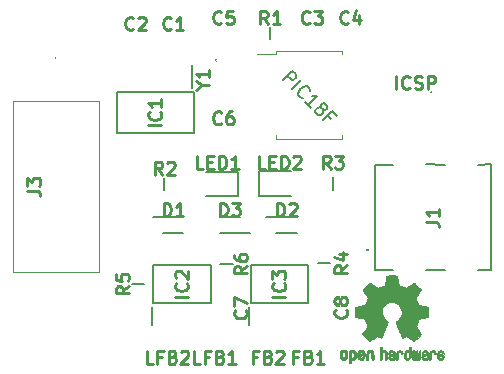
<source format=gbr>
%TF.GenerationSoftware,KiCad,Pcbnew,(5.1.10)-1*%
%TF.CreationDate,2021-09-16T11:14:36+02:00*%
%TF.ProjectId,ThermoDeviceLogger,54686572-6d6f-4446-9576-6963654c6f67,rev?*%
%TF.SameCoordinates,Original*%
%TF.FileFunction,Legend,Top*%
%TF.FilePolarity,Positive*%
%FSLAX46Y46*%
G04 Gerber Fmt 4.6, Leading zero omitted, Abs format (unit mm)*
G04 Created by KiCad (PCBNEW (5.1.10)-1) date 2021-09-16 11:14:36*
%MOMM*%
%LPD*%
G01*
G04 APERTURE LIST*
%ADD10C,0.010000*%
%ADD11C,0.100000*%
%ADD12C,0.120000*%
%ADD13C,0.200000*%
%ADD14C,0.254000*%
%ADD15C,0.150000*%
G04 APERTURE END LIST*
D10*
%TO.C,REF\u002A\u002A*%
G36*
X114018886Y-81334505D02*
G01*
X114093539Y-81371727D01*
X114159431Y-81440261D01*
X114177577Y-81465648D01*
X114197345Y-81498866D01*
X114210172Y-81534945D01*
X114217510Y-81583098D01*
X114220813Y-81652536D01*
X114221538Y-81744206D01*
X114218263Y-81869830D01*
X114206877Y-81964154D01*
X114185041Y-82034523D01*
X114150419Y-82088286D01*
X114100670Y-82132788D01*
X114097014Y-82135423D01*
X114047985Y-82162377D01*
X113988945Y-82175712D01*
X113913859Y-82179000D01*
X113791795Y-82179000D01*
X113791744Y-82297497D01*
X113790608Y-82363492D01*
X113783686Y-82402202D01*
X113765598Y-82425419D01*
X113730962Y-82444933D01*
X113722645Y-82448920D01*
X113683720Y-82467603D01*
X113653583Y-82479403D01*
X113631174Y-82480422D01*
X113615433Y-82466761D01*
X113605302Y-82434522D01*
X113599723Y-82379804D01*
X113597635Y-82298711D01*
X113597981Y-82187344D01*
X113599700Y-82041802D01*
X113600237Y-81998269D01*
X113602172Y-81848205D01*
X113603904Y-81750042D01*
X113791692Y-81750042D01*
X113792748Y-81833364D01*
X113797438Y-81887880D01*
X113808051Y-81923837D01*
X113826872Y-81951482D01*
X113839650Y-81964965D01*
X113891890Y-82004417D01*
X113938142Y-82007628D01*
X113985867Y-81975049D01*
X113987077Y-81973846D01*
X114006494Y-81948668D01*
X114018307Y-81914447D01*
X114024265Y-81861748D01*
X114026120Y-81781131D01*
X114026154Y-81763271D01*
X114021670Y-81652175D01*
X114007074Y-81575161D01*
X113980650Y-81528147D01*
X113940683Y-81507050D01*
X113917584Y-81504923D01*
X113862762Y-81514900D01*
X113825158Y-81547752D01*
X113802523Y-81607857D01*
X113792606Y-81699598D01*
X113791692Y-81750042D01*
X113603904Y-81750042D01*
X113604222Y-81732060D01*
X113606873Y-81644679D01*
X113610606Y-81580905D01*
X113615907Y-81535582D01*
X113623258Y-81503555D01*
X113633143Y-81479668D01*
X113646046Y-81458764D01*
X113651579Y-81450898D01*
X113724969Y-81376595D01*
X113817760Y-81334467D01*
X113925096Y-81322722D01*
X114018886Y-81334505D01*
G37*
X114018886Y-81334505D02*
X114093539Y-81371727D01*
X114159431Y-81440261D01*
X114177577Y-81465648D01*
X114197345Y-81498866D01*
X114210172Y-81534945D01*
X114217510Y-81583098D01*
X114220813Y-81652536D01*
X114221538Y-81744206D01*
X114218263Y-81869830D01*
X114206877Y-81964154D01*
X114185041Y-82034523D01*
X114150419Y-82088286D01*
X114100670Y-82132788D01*
X114097014Y-82135423D01*
X114047985Y-82162377D01*
X113988945Y-82175712D01*
X113913859Y-82179000D01*
X113791795Y-82179000D01*
X113791744Y-82297497D01*
X113790608Y-82363492D01*
X113783686Y-82402202D01*
X113765598Y-82425419D01*
X113730962Y-82444933D01*
X113722645Y-82448920D01*
X113683720Y-82467603D01*
X113653583Y-82479403D01*
X113631174Y-82480422D01*
X113615433Y-82466761D01*
X113605302Y-82434522D01*
X113599723Y-82379804D01*
X113597635Y-82298711D01*
X113597981Y-82187344D01*
X113599700Y-82041802D01*
X113600237Y-81998269D01*
X113602172Y-81848205D01*
X113603904Y-81750042D01*
X113791692Y-81750042D01*
X113792748Y-81833364D01*
X113797438Y-81887880D01*
X113808051Y-81923837D01*
X113826872Y-81951482D01*
X113839650Y-81964965D01*
X113891890Y-82004417D01*
X113938142Y-82007628D01*
X113985867Y-81975049D01*
X113987077Y-81973846D01*
X114006494Y-81948668D01*
X114018307Y-81914447D01*
X114024265Y-81861748D01*
X114026120Y-81781131D01*
X114026154Y-81763271D01*
X114021670Y-81652175D01*
X114007074Y-81575161D01*
X113980650Y-81528147D01*
X113940683Y-81507050D01*
X113917584Y-81504923D01*
X113862762Y-81514900D01*
X113825158Y-81547752D01*
X113802523Y-81607857D01*
X113792606Y-81699598D01*
X113791692Y-81750042D01*
X113603904Y-81750042D01*
X113604222Y-81732060D01*
X113606873Y-81644679D01*
X113610606Y-81580905D01*
X113615907Y-81535582D01*
X113623258Y-81503555D01*
X113633143Y-81479668D01*
X113646046Y-81458764D01*
X113651579Y-81450898D01*
X113724969Y-81376595D01*
X113817760Y-81334467D01*
X113925096Y-81322722D01*
X114018886Y-81334505D01*
G36*
X115521664Y-81345089D02*
G01*
X115584367Y-81381358D01*
X115627961Y-81417358D01*
X115659845Y-81455075D01*
X115681810Y-81501199D01*
X115695649Y-81562421D01*
X115703153Y-81645431D01*
X115706117Y-81756919D01*
X115706461Y-81837062D01*
X115706461Y-82132065D01*
X115540385Y-82206515D01*
X115530615Y-81883402D01*
X115526579Y-81762729D01*
X115522344Y-81675141D01*
X115517097Y-81614650D01*
X115510025Y-81575268D01*
X115500311Y-81551007D01*
X115487144Y-81535880D01*
X115482919Y-81532606D01*
X115418909Y-81507034D01*
X115354208Y-81517153D01*
X115315692Y-81544000D01*
X115300025Y-81563024D01*
X115289180Y-81587988D01*
X115282288Y-81625834D01*
X115278479Y-81683502D01*
X115276883Y-81767935D01*
X115276615Y-81855928D01*
X115276563Y-81966323D01*
X115274672Y-82044463D01*
X115268345Y-82097165D01*
X115254983Y-82131242D01*
X115231985Y-82153511D01*
X115196754Y-82170787D01*
X115149697Y-82188738D01*
X115098303Y-82208278D01*
X115104421Y-81861485D01*
X115106884Y-81736468D01*
X115109767Y-81644082D01*
X115113898Y-81577881D01*
X115120107Y-81531420D01*
X115129226Y-81498256D01*
X115142083Y-81471944D01*
X115157584Y-81448729D01*
X115232371Y-81374569D01*
X115323628Y-81331684D01*
X115422883Y-81321412D01*
X115521664Y-81345089D01*
G37*
X115521664Y-81345089D02*
X115584367Y-81381358D01*
X115627961Y-81417358D01*
X115659845Y-81455075D01*
X115681810Y-81501199D01*
X115695649Y-81562421D01*
X115703153Y-81645431D01*
X115706117Y-81756919D01*
X115706461Y-81837062D01*
X115706461Y-82132065D01*
X115540385Y-82206515D01*
X115530615Y-81883402D01*
X115526579Y-81762729D01*
X115522344Y-81675141D01*
X115517097Y-81614650D01*
X115510025Y-81575268D01*
X115500311Y-81551007D01*
X115487144Y-81535880D01*
X115482919Y-81532606D01*
X115418909Y-81507034D01*
X115354208Y-81517153D01*
X115315692Y-81544000D01*
X115300025Y-81563024D01*
X115289180Y-81587988D01*
X115282288Y-81625834D01*
X115278479Y-81683502D01*
X115276883Y-81767935D01*
X115276615Y-81855928D01*
X115276563Y-81966323D01*
X115274672Y-82044463D01*
X115268345Y-82097165D01*
X115254983Y-82131242D01*
X115231985Y-82153511D01*
X115196754Y-82170787D01*
X115149697Y-82188738D01*
X115098303Y-82208278D01*
X115104421Y-81861485D01*
X115106884Y-81736468D01*
X115109767Y-81644082D01*
X115113898Y-81577881D01*
X115120107Y-81531420D01*
X115129226Y-81498256D01*
X115142083Y-81471944D01*
X115157584Y-81448729D01*
X115232371Y-81374569D01*
X115323628Y-81331684D01*
X115422883Y-81321412D01*
X115521664Y-81345089D01*
G36*
X113266886Y-81337256D02*
G01*
X113358464Y-81385409D01*
X113426049Y-81462905D01*
X113450057Y-81512727D01*
X113468738Y-81587533D01*
X113478301Y-81682052D01*
X113479208Y-81785210D01*
X113471921Y-81885935D01*
X113456903Y-81973153D01*
X113434615Y-82035791D01*
X113427765Y-82046579D01*
X113346632Y-82127105D01*
X113250266Y-82175336D01*
X113145701Y-82189450D01*
X113039968Y-82167629D01*
X113010543Y-82154547D01*
X112953241Y-82114231D01*
X112902950Y-82060775D01*
X112898197Y-82053995D01*
X112878878Y-82021321D01*
X112866108Y-81986394D01*
X112858564Y-81940414D01*
X112854924Y-81874584D01*
X112853865Y-81780105D01*
X112853846Y-81758923D01*
X112853894Y-81752182D01*
X113049231Y-81752182D01*
X113050368Y-81841349D01*
X113054841Y-81900520D01*
X113064246Y-81938741D01*
X113080176Y-81965053D01*
X113088308Y-81973846D01*
X113135058Y-82007261D01*
X113180447Y-82005737D01*
X113226340Y-81976752D01*
X113253712Y-81945809D01*
X113269923Y-81900643D01*
X113279026Y-81829420D01*
X113279651Y-81821114D01*
X113281204Y-81692037D01*
X113264965Y-81596172D01*
X113231152Y-81534107D01*
X113179984Y-81506432D01*
X113161720Y-81504923D01*
X113113760Y-81512513D01*
X113080953Y-81538808D01*
X113060895Y-81589095D01*
X113051178Y-81668664D01*
X113049231Y-81752182D01*
X112853894Y-81752182D01*
X112854574Y-81658249D01*
X112857629Y-81587906D01*
X112864322Y-81539163D01*
X112875960Y-81503288D01*
X112893853Y-81471548D01*
X112897808Y-81465648D01*
X112964267Y-81386104D01*
X113036685Y-81339929D01*
X113124849Y-81321599D01*
X113154787Y-81320703D01*
X113266886Y-81337256D01*
G37*
X113266886Y-81337256D02*
X113358464Y-81385409D01*
X113426049Y-81462905D01*
X113450057Y-81512727D01*
X113468738Y-81587533D01*
X113478301Y-81682052D01*
X113479208Y-81785210D01*
X113471921Y-81885935D01*
X113456903Y-81973153D01*
X113434615Y-82035791D01*
X113427765Y-82046579D01*
X113346632Y-82127105D01*
X113250266Y-82175336D01*
X113145701Y-82189450D01*
X113039968Y-82167629D01*
X113010543Y-82154547D01*
X112953241Y-82114231D01*
X112902950Y-82060775D01*
X112898197Y-82053995D01*
X112878878Y-82021321D01*
X112866108Y-81986394D01*
X112858564Y-81940414D01*
X112854924Y-81874584D01*
X112853865Y-81780105D01*
X112853846Y-81758923D01*
X112853894Y-81752182D01*
X113049231Y-81752182D01*
X113050368Y-81841349D01*
X113054841Y-81900520D01*
X113064246Y-81938741D01*
X113080176Y-81965053D01*
X113088308Y-81973846D01*
X113135058Y-82007261D01*
X113180447Y-82005737D01*
X113226340Y-81976752D01*
X113253712Y-81945809D01*
X113269923Y-81900643D01*
X113279026Y-81829420D01*
X113279651Y-81821114D01*
X113281204Y-81692037D01*
X113264965Y-81596172D01*
X113231152Y-81534107D01*
X113179984Y-81506432D01*
X113161720Y-81504923D01*
X113113760Y-81512513D01*
X113080953Y-81538808D01*
X113060895Y-81589095D01*
X113051178Y-81668664D01*
X113049231Y-81752182D01*
X112853894Y-81752182D01*
X112854574Y-81658249D01*
X112857629Y-81587906D01*
X112864322Y-81539163D01*
X112875960Y-81503288D01*
X112893853Y-81471548D01*
X112897808Y-81465648D01*
X112964267Y-81386104D01*
X113036685Y-81339929D01*
X113124849Y-81321599D01*
X113154787Y-81320703D01*
X113266886Y-81337256D01*
G36*
X114784254Y-81349745D02*
G01*
X114861286Y-81401567D01*
X114920816Y-81476412D01*
X114956378Y-81571654D01*
X114963571Y-81641756D01*
X114962754Y-81671009D01*
X114955914Y-81693407D01*
X114937112Y-81713474D01*
X114900408Y-81735733D01*
X114839862Y-81764709D01*
X114749534Y-81804927D01*
X114749077Y-81805129D01*
X114665933Y-81843210D01*
X114597753Y-81877025D01*
X114551505Y-81902933D01*
X114534158Y-81917295D01*
X114534154Y-81917411D01*
X114549443Y-81948685D01*
X114585196Y-81983157D01*
X114626242Y-82007990D01*
X114647037Y-82012923D01*
X114703770Y-81995862D01*
X114752627Y-81953133D01*
X114776465Y-81906155D01*
X114799397Y-81871522D01*
X114844318Y-81832081D01*
X114897123Y-81798009D01*
X114943710Y-81779480D01*
X114953452Y-81778462D01*
X114964418Y-81795215D01*
X114965079Y-81838039D01*
X114957020Y-81895781D01*
X114941827Y-81957289D01*
X114921086Y-82011409D01*
X114920038Y-82013510D01*
X114857621Y-82100660D01*
X114776726Y-82159939D01*
X114684856Y-82189034D01*
X114589513Y-82185634D01*
X114498198Y-82147428D01*
X114494138Y-82144741D01*
X114422306Y-82079642D01*
X114375073Y-81994705D01*
X114348934Y-81883021D01*
X114345426Y-81851643D01*
X114339213Y-81703536D01*
X114346661Y-81634468D01*
X114534154Y-81634468D01*
X114536590Y-81677552D01*
X114549914Y-81690126D01*
X114583132Y-81680719D01*
X114635494Y-81658483D01*
X114694024Y-81630610D01*
X114695479Y-81629872D01*
X114745089Y-81603777D01*
X114765000Y-81586363D01*
X114760090Y-81568107D01*
X114739416Y-81544120D01*
X114686819Y-81509406D01*
X114630177Y-81506856D01*
X114579369Y-81532119D01*
X114544276Y-81580847D01*
X114534154Y-81634468D01*
X114346661Y-81634468D01*
X114351992Y-81585036D01*
X114384778Y-81491055D01*
X114430421Y-81425215D01*
X114512802Y-81358681D01*
X114603546Y-81325676D01*
X114696185Y-81323573D01*
X114784254Y-81349745D01*
G37*
X114784254Y-81349745D02*
X114861286Y-81401567D01*
X114920816Y-81476412D01*
X114956378Y-81571654D01*
X114963571Y-81641756D01*
X114962754Y-81671009D01*
X114955914Y-81693407D01*
X114937112Y-81713474D01*
X114900408Y-81735733D01*
X114839862Y-81764709D01*
X114749534Y-81804927D01*
X114749077Y-81805129D01*
X114665933Y-81843210D01*
X114597753Y-81877025D01*
X114551505Y-81902933D01*
X114534158Y-81917295D01*
X114534154Y-81917411D01*
X114549443Y-81948685D01*
X114585196Y-81983157D01*
X114626242Y-82007990D01*
X114647037Y-82012923D01*
X114703770Y-81995862D01*
X114752627Y-81953133D01*
X114776465Y-81906155D01*
X114799397Y-81871522D01*
X114844318Y-81832081D01*
X114897123Y-81798009D01*
X114943710Y-81779480D01*
X114953452Y-81778462D01*
X114964418Y-81795215D01*
X114965079Y-81838039D01*
X114957020Y-81895781D01*
X114941827Y-81957289D01*
X114921086Y-82011409D01*
X114920038Y-82013510D01*
X114857621Y-82100660D01*
X114776726Y-82159939D01*
X114684856Y-82189034D01*
X114589513Y-82185634D01*
X114498198Y-82147428D01*
X114494138Y-82144741D01*
X114422306Y-82079642D01*
X114375073Y-81994705D01*
X114348934Y-81883021D01*
X114345426Y-81851643D01*
X114339213Y-81703536D01*
X114346661Y-81634468D01*
X114534154Y-81634468D01*
X114536590Y-81677552D01*
X114549914Y-81690126D01*
X114583132Y-81680719D01*
X114635494Y-81658483D01*
X114694024Y-81630610D01*
X114695479Y-81629872D01*
X114745089Y-81603777D01*
X114765000Y-81586363D01*
X114760090Y-81568107D01*
X114739416Y-81544120D01*
X114686819Y-81509406D01*
X114630177Y-81506856D01*
X114579369Y-81532119D01*
X114544276Y-81580847D01*
X114534154Y-81634468D01*
X114346661Y-81634468D01*
X114351992Y-81585036D01*
X114384778Y-81491055D01*
X114430421Y-81425215D01*
X114512802Y-81358681D01*
X114603546Y-81325676D01*
X114696185Y-81323573D01*
X114784254Y-81349745D01*
G36*
X116409846Y-81242120D02*
G01*
X116415572Y-81321980D01*
X116422149Y-81369039D01*
X116431262Y-81389566D01*
X116444598Y-81389829D01*
X116448923Y-81387378D01*
X116506444Y-81369636D01*
X116581268Y-81370672D01*
X116657339Y-81388910D01*
X116704918Y-81412505D01*
X116753702Y-81450198D01*
X116789364Y-81492855D01*
X116813845Y-81547057D01*
X116829087Y-81619384D01*
X116837030Y-81716419D01*
X116839616Y-81844742D01*
X116839662Y-81869358D01*
X116839692Y-82145870D01*
X116778161Y-82167320D01*
X116734459Y-82181912D01*
X116710482Y-82188706D01*
X116709777Y-82188769D01*
X116707415Y-82170345D01*
X116705406Y-82119526D01*
X116703901Y-82042993D01*
X116703053Y-81947430D01*
X116702923Y-81889329D01*
X116702651Y-81774771D01*
X116701252Y-81692667D01*
X116697849Y-81636393D01*
X116691567Y-81599326D01*
X116681529Y-81574844D01*
X116666861Y-81556325D01*
X116657702Y-81547406D01*
X116594789Y-81511466D01*
X116526136Y-81508775D01*
X116463848Y-81539170D01*
X116452329Y-81550144D01*
X116435433Y-81570779D01*
X116423714Y-81595256D01*
X116416233Y-81630647D01*
X116412054Y-81684026D01*
X116410237Y-81762466D01*
X116409846Y-81870617D01*
X116409846Y-82145870D01*
X116348315Y-82167320D01*
X116304613Y-82181912D01*
X116280636Y-82188706D01*
X116279930Y-82188769D01*
X116278126Y-82170069D01*
X116276500Y-82117322D01*
X116275117Y-82035557D01*
X116274042Y-81929805D01*
X116273340Y-81805094D01*
X116273077Y-81666455D01*
X116273077Y-81131806D01*
X116400077Y-81078236D01*
X116409846Y-81242120D01*
G37*
X116409846Y-81242120D02*
X116415572Y-81321980D01*
X116422149Y-81369039D01*
X116431262Y-81389566D01*
X116444598Y-81389829D01*
X116448923Y-81387378D01*
X116506444Y-81369636D01*
X116581268Y-81370672D01*
X116657339Y-81388910D01*
X116704918Y-81412505D01*
X116753702Y-81450198D01*
X116789364Y-81492855D01*
X116813845Y-81547057D01*
X116829087Y-81619384D01*
X116837030Y-81716419D01*
X116839616Y-81844742D01*
X116839662Y-81869358D01*
X116839692Y-82145870D01*
X116778161Y-82167320D01*
X116734459Y-82181912D01*
X116710482Y-82188706D01*
X116709777Y-82188769D01*
X116707415Y-82170345D01*
X116705406Y-82119526D01*
X116703901Y-82042993D01*
X116703053Y-81947430D01*
X116702923Y-81889329D01*
X116702651Y-81774771D01*
X116701252Y-81692667D01*
X116697849Y-81636393D01*
X116691567Y-81599326D01*
X116681529Y-81574844D01*
X116666861Y-81556325D01*
X116657702Y-81547406D01*
X116594789Y-81511466D01*
X116526136Y-81508775D01*
X116463848Y-81539170D01*
X116452329Y-81550144D01*
X116435433Y-81570779D01*
X116423714Y-81595256D01*
X116416233Y-81630647D01*
X116412054Y-81684026D01*
X116410237Y-81762466D01*
X116409846Y-81870617D01*
X116409846Y-82145870D01*
X116348315Y-82167320D01*
X116304613Y-82181912D01*
X116280636Y-82188706D01*
X116279930Y-82188769D01*
X116278126Y-82170069D01*
X116276500Y-82117322D01*
X116275117Y-82035557D01*
X116274042Y-81929805D01*
X116273340Y-81805094D01*
X116273077Y-81666455D01*
X116273077Y-81131806D01*
X116400077Y-81078236D01*
X116409846Y-81242120D01*
G36*
X117303501Y-81376303D02*
G01*
X117380060Y-81404733D01*
X117380936Y-81405279D01*
X117428285Y-81440127D01*
X117463241Y-81480852D01*
X117487825Y-81533925D01*
X117504062Y-81605814D01*
X117513975Y-81702992D01*
X117519586Y-81831928D01*
X117520077Y-81850298D01*
X117527141Y-82127287D01*
X117467695Y-82158028D01*
X117424681Y-82178802D01*
X117398710Y-82188646D01*
X117397509Y-82188769D01*
X117393014Y-82170606D01*
X117389444Y-82121612D01*
X117387248Y-82050031D01*
X117386769Y-81992068D01*
X117386758Y-81898170D01*
X117382466Y-81839203D01*
X117367503Y-81811079D01*
X117335482Y-81809706D01*
X117280014Y-81830998D01*
X117196269Y-81870136D01*
X117134689Y-81902643D01*
X117103017Y-81930845D01*
X117093706Y-81961582D01*
X117093692Y-81963104D01*
X117109057Y-82016054D01*
X117154547Y-82044660D01*
X117224166Y-82048803D01*
X117274313Y-82048084D01*
X117300754Y-82062527D01*
X117317243Y-82097218D01*
X117326733Y-82141416D01*
X117313057Y-82166493D01*
X117307907Y-82170082D01*
X117259425Y-82184496D01*
X117191531Y-82186537D01*
X117121612Y-82176983D01*
X117072068Y-82159522D01*
X117003570Y-82101364D01*
X116964634Y-82020408D01*
X116956923Y-81957160D01*
X116962807Y-81900111D01*
X116984101Y-81853542D01*
X117026265Y-81812181D01*
X117094759Y-81770755D01*
X117195044Y-81723993D01*
X117201154Y-81721350D01*
X117291490Y-81679617D01*
X117347235Y-81645391D01*
X117371129Y-81614635D01*
X117365913Y-81583311D01*
X117334328Y-81547383D01*
X117324883Y-81539116D01*
X117261617Y-81507058D01*
X117196064Y-81508407D01*
X117138972Y-81539838D01*
X117101093Y-81598024D01*
X117097574Y-81609446D01*
X117063300Y-81664837D01*
X117019809Y-81691518D01*
X116956923Y-81717960D01*
X116956923Y-81649548D01*
X116976052Y-81550110D01*
X117032831Y-81458902D01*
X117062378Y-81428389D01*
X117129542Y-81389228D01*
X117214956Y-81371500D01*
X117303501Y-81376303D01*
G37*
X117303501Y-81376303D02*
X117380060Y-81404733D01*
X117380936Y-81405279D01*
X117428285Y-81440127D01*
X117463241Y-81480852D01*
X117487825Y-81533925D01*
X117504062Y-81605814D01*
X117513975Y-81702992D01*
X117519586Y-81831928D01*
X117520077Y-81850298D01*
X117527141Y-82127287D01*
X117467695Y-82158028D01*
X117424681Y-82178802D01*
X117398710Y-82188646D01*
X117397509Y-82188769D01*
X117393014Y-82170606D01*
X117389444Y-82121612D01*
X117387248Y-82050031D01*
X117386769Y-81992068D01*
X117386758Y-81898170D01*
X117382466Y-81839203D01*
X117367503Y-81811079D01*
X117335482Y-81809706D01*
X117280014Y-81830998D01*
X117196269Y-81870136D01*
X117134689Y-81902643D01*
X117103017Y-81930845D01*
X117093706Y-81961582D01*
X117093692Y-81963104D01*
X117109057Y-82016054D01*
X117154547Y-82044660D01*
X117224166Y-82048803D01*
X117274313Y-82048084D01*
X117300754Y-82062527D01*
X117317243Y-82097218D01*
X117326733Y-82141416D01*
X117313057Y-82166493D01*
X117307907Y-82170082D01*
X117259425Y-82184496D01*
X117191531Y-82186537D01*
X117121612Y-82176983D01*
X117072068Y-82159522D01*
X117003570Y-82101364D01*
X116964634Y-82020408D01*
X116956923Y-81957160D01*
X116962807Y-81900111D01*
X116984101Y-81853542D01*
X117026265Y-81812181D01*
X117094759Y-81770755D01*
X117195044Y-81723993D01*
X117201154Y-81721350D01*
X117291490Y-81679617D01*
X117347235Y-81645391D01*
X117371129Y-81614635D01*
X117365913Y-81583311D01*
X117334328Y-81547383D01*
X117324883Y-81539116D01*
X117261617Y-81507058D01*
X117196064Y-81508407D01*
X117138972Y-81539838D01*
X117101093Y-81598024D01*
X117097574Y-81609446D01*
X117063300Y-81664837D01*
X117019809Y-81691518D01*
X116956923Y-81717960D01*
X116956923Y-81649548D01*
X116976052Y-81550110D01*
X117032831Y-81458902D01*
X117062378Y-81428389D01*
X117129542Y-81389228D01*
X117214956Y-81371500D01*
X117303501Y-81376303D01*
G36*
X117963362Y-81374670D02*
G01*
X118052117Y-81407421D01*
X118124022Y-81465350D01*
X118152144Y-81506128D01*
X118182802Y-81580954D01*
X118182165Y-81635058D01*
X118149987Y-81671446D01*
X118138081Y-81677633D01*
X118086675Y-81696925D01*
X118060422Y-81691982D01*
X118051530Y-81659587D01*
X118051077Y-81641692D01*
X118034797Y-81575859D01*
X117992365Y-81529807D01*
X117933388Y-81507564D01*
X117867475Y-81513161D01*
X117813895Y-81542229D01*
X117795798Y-81558810D01*
X117782971Y-81578925D01*
X117774306Y-81609332D01*
X117768696Y-81656788D01*
X117765035Y-81728050D01*
X117762215Y-81829875D01*
X117761484Y-81862115D01*
X117758820Y-81972410D01*
X117755792Y-82050036D01*
X117751250Y-82101396D01*
X117744046Y-82132890D01*
X117733033Y-82150920D01*
X117717060Y-82161888D01*
X117706834Y-82166733D01*
X117663406Y-82183301D01*
X117637842Y-82188769D01*
X117629395Y-82170507D01*
X117624239Y-82115296D01*
X117622346Y-82022499D01*
X117623689Y-81891478D01*
X117624107Y-81871269D01*
X117627058Y-81751733D01*
X117630548Y-81664449D01*
X117635514Y-81602591D01*
X117642893Y-81559336D01*
X117653624Y-81527860D01*
X117668645Y-81501339D01*
X117676502Y-81489975D01*
X117721553Y-81439692D01*
X117771940Y-81400581D01*
X117778108Y-81397167D01*
X117868458Y-81370212D01*
X117963362Y-81374670D01*
G37*
X117963362Y-81374670D02*
X118052117Y-81407421D01*
X118124022Y-81465350D01*
X118152144Y-81506128D01*
X118182802Y-81580954D01*
X118182165Y-81635058D01*
X118149987Y-81671446D01*
X118138081Y-81677633D01*
X118086675Y-81696925D01*
X118060422Y-81691982D01*
X118051530Y-81659587D01*
X118051077Y-81641692D01*
X118034797Y-81575859D01*
X117992365Y-81529807D01*
X117933388Y-81507564D01*
X117867475Y-81513161D01*
X117813895Y-81542229D01*
X117795798Y-81558810D01*
X117782971Y-81578925D01*
X117774306Y-81609332D01*
X117768696Y-81656788D01*
X117765035Y-81728050D01*
X117762215Y-81829875D01*
X117761484Y-81862115D01*
X117758820Y-81972410D01*
X117755792Y-82050036D01*
X117751250Y-82101396D01*
X117744046Y-82132890D01*
X117733033Y-82150920D01*
X117717060Y-82161888D01*
X117706834Y-82166733D01*
X117663406Y-82183301D01*
X117637842Y-82188769D01*
X117629395Y-82170507D01*
X117624239Y-82115296D01*
X117622346Y-82022499D01*
X117623689Y-81891478D01*
X117624107Y-81871269D01*
X117627058Y-81751733D01*
X117630548Y-81664449D01*
X117635514Y-81602591D01*
X117642893Y-81559336D01*
X117653624Y-81527860D01*
X117668645Y-81501339D01*
X117676502Y-81489975D01*
X117721553Y-81439692D01*
X117771940Y-81400581D01*
X117778108Y-81397167D01*
X117868458Y-81370212D01*
X117963362Y-81374670D01*
G36*
X118852081Y-81530289D02*
G01*
X118851833Y-81676320D01*
X118850872Y-81788655D01*
X118848794Y-81872678D01*
X118845193Y-81933769D01*
X118839665Y-81977309D01*
X118831804Y-82008679D01*
X118821207Y-82033262D01*
X118813182Y-82047294D01*
X118746728Y-82123388D01*
X118662470Y-82171084D01*
X118569249Y-82188199D01*
X118475900Y-82172546D01*
X118420312Y-82144418D01*
X118361957Y-82095760D01*
X118322186Y-82036333D01*
X118298190Y-81958507D01*
X118287161Y-81854652D01*
X118285599Y-81778462D01*
X118285809Y-81772986D01*
X118422308Y-81772986D01*
X118423141Y-81860355D01*
X118426961Y-81918192D01*
X118435746Y-81956029D01*
X118451474Y-81983398D01*
X118470266Y-82004042D01*
X118533375Y-82043890D01*
X118601137Y-82047295D01*
X118665179Y-82014025D01*
X118670164Y-82009517D01*
X118691439Y-81986067D01*
X118704779Y-81958166D01*
X118712001Y-81916641D01*
X118714923Y-81852316D01*
X118715385Y-81781200D01*
X118714383Y-81691858D01*
X118710238Y-81632258D01*
X118701236Y-81593089D01*
X118685667Y-81565040D01*
X118672902Y-81550144D01*
X118613600Y-81512575D01*
X118545301Y-81508057D01*
X118480110Y-81536753D01*
X118467528Y-81547406D01*
X118446111Y-81571063D01*
X118432744Y-81599251D01*
X118425566Y-81641245D01*
X118422719Y-81706319D01*
X118422308Y-81772986D01*
X118285809Y-81772986D01*
X118290322Y-81655765D01*
X118306362Y-81563577D01*
X118336528Y-81494269D01*
X118383629Y-81440211D01*
X118420312Y-81412505D01*
X118486990Y-81382572D01*
X118564272Y-81368678D01*
X118636110Y-81372397D01*
X118676308Y-81387400D01*
X118692082Y-81391670D01*
X118702550Y-81375750D01*
X118709856Y-81333089D01*
X118715385Y-81268106D01*
X118721437Y-81195732D01*
X118729844Y-81152187D01*
X118745141Y-81127287D01*
X118771864Y-81110845D01*
X118788654Y-81103564D01*
X118852154Y-81076963D01*
X118852081Y-81530289D01*
G37*
X118852081Y-81530289D02*
X118851833Y-81676320D01*
X118850872Y-81788655D01*
X118848794Y-81872678D01*
X118845193Y-81933769D01*
X118839665Y-81977309D01*
X118831804Y-82008679D01*
X118821207Y-82033262D01*
X118813182Y-82047294D01*
X118746728Y-82123388D01*
X118662470Y-82171084D01*
X118569249Y-82188199D01*
X118475900Y-82172546D01*
X118420312Y-82144418D01*
X118361957Y-82095760D01*
X118322186Y-82036333D01*
X118298190Y-81958507D01*
X118287161Y-81854652D01*
X118285599Y-81778462D01*
X118285809Y-81772986D01*
X118422308Y-81772986D01*
X118423141Y-81860355D01*
X118426961Y-81918192D01*
X118435746Y-81956029D01*
X118451474Y-81983398D01*
X118470266Y-82004042D01*
X118533375Y-82043890D01*
X118601137Y-82047295D01*
X118665179Y-82014025D01*
X118670164Y-82009517D01*
X118691439Y-81986067D01*
X118704779Y-81958166D01*
X118712001Y-81916641D01*
X118714923Y-81852316D01*
X118715385Y-81781200D01*
X118714383Y-81691858D01*
X118710238Y-81632258D01*
X118701236Y-81593089D01*
X118685667Y-81565040D01*
X118672902Y-81550144D01*
X118613600Y-81512575D01*
X118545301Y-81508057D01*
X118480110Y-81536753D01*
X118467528Y-81547406D01*
X118446111Y-81571063D01*
X118432744Y-81599251D01*
X118425566Y-81641245D01*
X118422719Y-81706319D01*
X118422308Y-81772986D01*
X118285809Y-81772986D01*
X118290322Y-81655765D01*
X118306362Y-81563577D01*
X118336528Y-81494269D01*
X118383629Y-81440211D01*
X118420312Y-81412505D01*
X118486990Y-81382572D01*
X118564272Y-81368678D01*
X118636110Y-81372397D01*
X118676308Y-81387400D01*
X118692082Y-81391670D01*
X118702550Y-81375750D01*
X118709856Y-81333089D01*
X118715385Y-81268106D01*
X118721437Y-81195732D01*
X118729844Y-81152187D01*
X118745141Y-81127287D01*
X118771864Y-81110845D01*
X118788654Y-81103564D01*
X118852154Y-81076963D01*
X118852081Y-81530289D01*
G36*
X119645929Y-81386662D02*
G01*
X119648911Y-81438068D01*
X119651247Y-81516192D01*
X119652749Y-81614857D01*
X119653231Y-81718343D01*
X119653231Y-82068533D01*
X119591401Y-82130363D01*
X119548793Y-82168462D01*
X119511390Y-82183895D01*
X119460270Y-82182918D01*
X119439978Y-82180433D01*
X119376554Y-82173200D01*
X119324095Y-82169055D01*
X119311308Y-82168672D01*
X119268199Y-82171176D01*
X119206544Y-82177462D01*
X119182638Y-82180433D01*
X119123922Y-82185028D01*
X119084464Y-82175046D01*
X119045338Y-82144228D01*
X119031215Y-82130363D01*
X118969385Y-82068533D01*
X118969385Y-81413503D01*
X119019150Y-81390829D01*
X119062002Y-81374034D01*
X119087073Y-81368154D01*
X119093501Y-81386736D01*
X119099509Y-81438655D01*
X119104697Y-81518172D01*
X119108664Y-81619546D01*
X119110577Y-81705192D01*
X119115923Y-82042231D01*
X119162560Y-82048825D01*
X119204976Y-82044214D01*
X119225760Y-82029287D01*
X119231570Y-82001377D01*
X119236530Y-81941925D01*
X119240246Y-81858466D01*
X119242324Y-81758532D01*
X119242624Y-81707104D01*
X119242923Y-81411054D01*
X119304454Y-81389604D01*
X119348004Y-81375020D01*
X119371694Y-81368219D01*
X119372377Y-81368154D01*
X119374754Y-81386642D01*
X119377366Y-81437906D01*
X119379995Y-81515649D01*
X119382421Y-81613574D01*
X119384115Y-81705192D01*
X119389461Y-82042231D01*
X119506692Y-82042231D01*
X119512072Y-81734746D01*
X119517451Y-81427261D01*
X119574601Y-81397707D01*
X119616797Y-81377413D01*
X119641770Y-81368204D01*
X119642491Y-81368154D01*
X119645929Y-81386662D01*
G37*
X119645929Y-81386662D02*
X119648911Y-81438068D01*
X119651247Y-81516192D01*
X119652749Y-81614857D01*
X119653231Y-81718343D01*
X119653231Y-82068533D01*
X119591401Y-82130363D01*
X119548793Y-82168462D01*
X119511390Y-82183895D01*
X119460270Y-82182918D01*
X119439978Y-82180433D01*
X119376554Y-82173200D01*
X119324095Y-82169055D01*
X119311308Y-82168672D01*
X119268199Y-82171176D01*
X119206544Y-82177462D01*
X119182638Y-82180433D01*
X119123922Y-82185028D01*
X119084464Y-82175046D01*
X119045338Y-82144228D01*
X119031215Y-82130363D01*
X118969385Y-82068533D01*
X118969385Y-81413503D01*
X119019150Y-81390829D01*
X119062002Y-81374034D01*
X119087073Y-81368154D01*
X119093501Y-81386736D01*
X119099509Y-81438655D01*
X119104697Y-81518172D01*
X119108664Y-81619546D01*
X119110577Y-81705192D01*
X119115923Y-82042231D01*
X119162560Y-82048825D01*
X119204976Y-82044214D01*
X119225760Y-82029287D01*
X119231570Y-82001377D01*
X119236530Y-81941925D01*
X119240246Y-81858466D01*
X119242324Y-81758532D01*
X119242624Y-81707104D01*
X119242923Y-81411054D01*
X119304454Y-81389604D01*
X119348004Y-81375020D01*
X119371694Y-81368219D01*
X119372377Y-81368154D01*
X119374754Y-81386642D01*
X119377366Y-81437906D01*
X119379995Y-81515649D01*
X119382421Y-81613574D01*
X119384115Y-81705192D01*
X119389461Y-82042231D01*
X119506692Y-82042231D01*
X119512072Y-81734746D01*
X119517451Y-81427261D01*
X119574601Y-81397707D01*
X119616797Y-81377413D01*
X119641770Y-81368204D01*
X119642491Y-81368154D01*
X119645929Y-81386662D01*
G36*
X120137333Y-81383528D02*
G01*
X120193590Y-81409117D01*
X120237747Y-81440124D01*
X120270101Y-81474795D01*
X120292438Y-81519520D01*
X120306546Y-81580692D01*
X120314211Y-81664701D01*
X120317220Y-81777940D01*
X120317538Y-81852509D01*
X120317538Y-82143420D01*
X120267773Y-82166095D01*
X120228576Y-82182667D01*
X120209157Y-82188769D01*
X120205442Y-82170610D01*
X120202495Y-82121648D01*
X120200691Y-82050153D01*
X120200308Y-81993385D01*
X120198661Y-81911371D01*
X120194222Y-81846309D01*
X120187740Y-81806467D01*
X120182590Y-81798000D01*
X120147977Y-81806646D01*
X120093640Y-81828823D01*
X120030722Y-81858886D01*
X119970368Y-81891192D01*
X119923721Y-81920098D01*
X119901926Y-81939961D01*
X119901839Y-81940175D01*
X119903714Y-81976935D01*
X119920525Y-82012026D01*
X119950039Y-82040528D01*
X119993116Y-82050061D01*
X120029932Y-82048950D01*
X120082074Y-82048133D01*
X120109444Y-82060349D01*
X120125882Y-82092624D01*
X120127955Y-82098710D01*
X120135081Y-82144739D01*
X120116024Y-82172687D01*
X120066353Y-82186007D01*
X120012697Y-82188470D01*
X119916142Y-82170210D01*
X119866159Y-82144131D01*
X119804429Y-82082868D01*
X119771690Y-82007670D01*
X119768753Y-81928211D01*
X119796424Y-81854167D01*
X119838047Y-81807769D01*
X119879604Y-81781793D01*
X119944922Y-81748907D01*
X120021038Y-81715557D01*
X120033726Y-81710461D01*
X120117333Y-81673565D01*
X120165530Y-81641046D01*
X120181030Y-81608718D01*
X120166550Y-81572394D01*
X120141692Y-81544000D01*
X120082939Y-81509039D01*
X120018293Y-81506417D01*
X119959008Y-81533358D01*
X119916339Y-81587088D01*
X119910739Y-81600950D01*
X119878133Y-81651936D01*
X119830530Y-81689787D01*
X119770461Y-81720850D01*
X119770461Y-81632768D01*
X119773997Y-81578951D01*
X119789156Y-81536534D01*
X119822768Y-81491279D01*
X119855035Y-81456420D01*
X119905209Y-81407062D01*
X119944193Y-81380547D01*
X119986064Y-81369911D01*
X120033460Y-81368154D01*
X120137333Y-81383528D01*
G37*
X120137333Y-81383528D02*
X120193590Y-81409117D01*
X120237747Y-81440124D01*
X120270101Y-81474795D01*
X120292438Y-81519520D01*
X120306546Y-81580692D01*
X120314211Y-81664701D01*
X120317220Y-81777940D01*
X120317538Y-81852509D01*
X120317538Y-82143420D01*
X120267773Y-82166095D01*
X120228576Y-82182667D01*
X120209157Y-82188769D01*
X120205442Y-82170610D01*
X120202495Y-82121648D01*
X120200691Y-82050153D01*
X120200308Y-81993385D01*
X120198661Y-81911371D01*
X120194222Y-81846309D01*
X120187740Y-81806467D01*
X120182590Y-81798000D01*
X120147977Y-81806646D01*
X120093640Y-81828823D01*
X120030722Y-81858886D01*
X119970368Y-81891192D01*
X119923721Y-81920098D01*
X119901926Y-81939961D01*
X119901839Y-81940175D01*
X119903714Y-81976935D01*
X119920525Y-82012026D01*
X119950039Y-82040528D01*
X119993116Y-82050061D01*
X120029932Y-82048950D01*
X120082074Y-82048133D01*
X120109444Y-82060349D01*
X120125882Y-82092624D01*
X120127955Y-82098710D01*
X120135081Y-82144739D01*
X120116024Y-82172687D01*
X120066353Y-82186007D01*
X120012697Y-82188470D01*
X119916142Y-82170210D01*
X119866159Y-82144131D01*
X119804429Y-82082868D01*
X119771690Y-82007670D01*
X119768753Y-81928211D01*
X119796424Y-81854167D01*
X119838047Y-81807769D01*
X119879604Y-81781793D01*
X119944922Y-81748907D01*
X120021038Y-81715557D01*
X120033726Y-81710461D01*
X120117333Y-81673565D01*
X120165530Y-81641046D01*
X120181030Y-81608718D01*
X120166550Y-81572394D01*
X120141692Y-81544000D01*
X120082939Y-81509039D01*
X120018293Y-81506417D01*
X119959008Y-81533358D01*
X119916339Y-81587088D01*
X119910739Y-81600950D01*
X119878133Y-81651936D01*
X119830530Y-81689787D01*
X119770461Y-81720850D01*
X119770461Y-81632768D01*
X119773997Y-81578951D01*
X119789156Y-81536534D01*
X119822768Y-81491279D01*
X119855035Y-81456420D01*
X119905209Y-81407062D01*
X119944193Y-81380547D01*
X119986064Y-81369911D01*
X120033460Y-81368154D01*
X120137333Y-81383528D01*
G36*
X120820807Y-81386782D02*
G01*
X120844161Y-81396988D01*
X120899902Y-81441134D01*
X120947569Y-81504967D01*
X120977048Y-81573087D01*
X120981846Y-81606670D01*
X120965760Y-81653556D01*
X120930475Y-81678365D01*
X120892644Y-81693387D01*
X120875321Y-81696155D01*
X120866886Y-81676066D01*
X120850230Y-81632351D01*
X120842923Y-81612598D01*
X120801948Y-81544271D01*
X120742622Y-81510191D01*
X120666552Y-81511239D01*
X120660918Y-81512581D01*
X120620305Y-81531836D01*
X120590448Y-81569375D01*
X120570055Y-81629809D01*
X120557836Y-81717751D01*
X120552500Y-81837813D01*
X120552000Y-81901698D01*
X120551752Y-82002403D01*
X120550126Y-82071054D01*
X120545801Y-82114673D01*
X120537454Y-82140282D01*
X120523765Y-82154903D01*
X120503411Y-82165558D01*
X120502234Y-82166095D01*
X120463038Y-82182667D01*
X120443619Y-82188769D01*
X120440635Y-82170319D01*
X120438081Y-82119323D01*
X120436140Y-82042308D01*
X120434997Y-81945805D01*
X120434769Y-81875184D01*
X120435932Y-81738525D01*
X120440479Y-81634851D01*
X120449999Y-81558108D01*
X120466081Y-81502246D01*
X120490313Y-81461212D01*
X120524286Y-81428954D01*
X120557833Y-81406440D01*
X120638499Y-81376476D01*
X120732381Y-81369718D01*
X120820807Y-81386782D01*
G37*
X120820807Y-81386782D02*
X120844161Y-81396988D01*
X120899902Y-81441134D01*
X120947569Y-81504967D01*
X120977048Y-81573087D01*
X120981846Y-81606670D01*
X120965760Y-81653556D01*
X120930475Y-81678365D01*
X120892644Y-81693387D01*
X120875321Y-81696155D01*
X120866886Y-81676066D01*
X120850230Y-81632351D01*
X120842923Y-81612598D01*
X120801948Y-81544271D01*
X120742622Y-81510191D01*
X120666552Y-81511239D01*
X120660918Y-81512581D01*
X120620305Y-81531836D01*
X120590448Y-81569375D01*
X120570055Y-81629809D01*
X120557836Y-81717751D01*
X120552500Y-81837813D01*
X120552000Y-81901698D01*
X120551752Y-82002403D01*
X120550126Y-82071054D01*
X120545801Y-82114673D01*
X120537454Y-82140282D01*
X120523765Y-82154903D01*
X120503411Y-82165558D01*
X120502234Y-82166095D01*
X120463038Y-82182667D01*
X120443619Y-82188769D01*
X120440635Y-82170319D01*
X120438081Y-82119323D01*
X120436140Y-82042308D01*
X120434997Y-81945805D01*
X120434769Y-81875184D01*
X120435932Y-81738525D01*
X120440479Y-81634851D01*
X120449999Y-81558108D01*
X120466081Y-81502246D01*
X120490313Y-81461212D01*
X120524286Y-81428954D01*
X120557833Y-81406440D01*
X120638499Y-81376476D01*
X120732381Y-81369718D01*
X120820807Y-81386782D01*
G36*
X121495224Y-81397838D02*
G01*
X121572528Y-81448361D01*
X121609814Y-81493590D01*
X121639353Y-81575663D01*
X121641699Y-81640607D01*
X121636385Y-81727445D01*
X121436115Y-81815103D01*
X121338739Y-81859887D01*
X121275113Y-81895913D01*
X121242029Y-81927117D01*
X121236280Y-81957436D01*
X121254658Y-81990805D01*
X121274923Y-82012923D01*
X121333889Y-82048393D01*
X121398024Y-82050879D01*
X121456926Y-82023235D01*
X121500197Y-81968320D01*
X121507936Y-81948928D01*
X121545006Y-81888364D01*
X121587654Y-81862552D01*
X121646154Y-81840471D01*
X121646154Y-81924184D01*
X121640982Y-81981150D01*
X121620723Y-82029189D01*
X121578262Y-82084346D01*
X121571951Y-82091514D01*
X121524720Y-82140585D01*
X121484121Y-82166920D01*
X121433328Y-82179035D01*
X121391220Y-82183003D01*
X121315902Y-82183991D01*
X121262286Y-82171466D01*
X121228838Y-82152869D01*
X121176268Y-82111975D01*
X121139879Y-82067748D01*
X121116850Y-82012126D01*
X121104359Y-81937047D01*
X121099587Y-81834449D01*
X121099206Y-81782376D01*
X121100501Y-81719948D01*
X121218471Y-81719948D01*
X121219839Y-81753438D01*
X121223249Y-81758923D01*
X121245753Y-81751472D01*
X121294182Y-81731753D01*
X121358908Y-81703718D01*
X121372443Y-81697692D01*
X121454244Y-81656096D01*
X121499312Y-81619538D01*
X121509217Y-81585296D01*
X121485526Y-81550648D01*
X121465960Y-81535339D01*
X121395360Y-81504721D01*
X121329280Y-81509780D01*
X121273959Y-81547151D01*
X121235636Y-81613473D01*
X121223349Y-81666116D01*
X121218471Y-81719948D01*
X121100501Y-81719948D01*
X121101730Y-81660720D01*
X121111032Y-81570710D01*
X121129460Y-81505167D01*
X121159360Y-81456912D01*
X121203080Y-81418767D01*
X121222141Y-81406440D01*
X121308726Y-81374336D01*
X121403522Y-81372316D01*
X121495224Y-81397838D01*
G37*
X121495224Y-81397838D02*
X121572528Y-81448361D01*
X121609814Y-81493590D01*
X121639353Y-81575663D01*
X121641699Y-81640607D01*
X121636385Y-81727445D01*
X121436115Y-81815103D01*
X121338739Y-81859887D01*
X121275113Y-81895913D01*
X121242029Y-81927117D01*
X121236280Y-81957436D01*
X121254658Y-81990805D01*
X121274923Y-82012923D01*
X121333889Y-82048393D01*
X121398024Y-82050879D01*
X121456926Y-82023235D01*
X121500197Y-81968320D01*
X121507936Y-81948928D01*
X121545006Y-81888364D01*
X121587654Y-81862552D01*
X121646154Y-81840471D01*
X121646154Y-81924184D01*
X121640982Y-81981150D01*
X121620723Y-82029189D01*
X121578262Y-82084346D01*
X121571951Y-82091514D01*
X121524720Y-82140585D01*
X121484121Y-82166920D01*
X121433328Y-82179035D01*
X121391220Y-82183003D01*
X121315902Y-82183991D01*
X121262286Y-82171466D01*
X121228838Y-82152869D01*
X121176268Y-82111975D01*
X121139879Y-82067748D01*
X121116850Y-82012126D01*
X121104359Y-81937047D01*
X121099587Y-81834449D01*
X121099206Y-81782376D01*
X121100501Y-81719948D01*
X121218471Y-81719948D01*
X121219839Y-81753438D01*
X121223249Y-81758923D01*
X121245753Y-81751472D01*
X121294182Y-81731753D01*
X121358908Y-81703718D01*
X121372443Y-81697692D01*
X121454244Y-81656096D01*
X121499312Y-81619538D01*
X121509217Y-81585296D01*
X121485526Y-81550648D01*
X121465960Y-81535339D01*
X121395360Y-81504721D01*
X121329280Y-81509780D01*
X121273959Y-81547151D01*
X121235636Y-81613473D01*
X121223349Y-81666116D01*
X121218471Y-81719948D01*
X121100501Y-81719948D01*
X121101730Y-81660720D01*
X121111032Y-81570710D01*
X121129460Y-81505167D01*
X121159360Y-81456912D01*
X121203080Y-81418767D01*
X121222141Y-81406440D01*
X121308726Y-81374336D01*
X121403522Y-81372316D01*
X121495224Y-81397838D01*
G36*
X117389878Y-75037776D02*
G01*
X117495612Y-75038355D01*
X117572132Y-75039922D01*
X117624372Y-75042972D01*
X117657263Y-75047996D01*
X117675737Y-75055489D01*
X117684727Y-75065944D01*
X117689163Y-75079853D01*
X117689594Y-75081654D01*
X117696333Y-75114145D01*
X117708808Y-75178252D01*
X117725719Y-75267151D01*
X117745771Y-75374019D01*
X117767664Y-75492033D01*
X117768429Y-75496178D01*
X117790359Y-75611831D01*
X117810877Y-75714014D01*
X117828659Y-75796598D01*
X117842381Y-75853456D01*
X117850718Y-75878458D01*
X117851116Y-75878901D01*
X117875677Y-75891110D01*
X117926315Y-75911456D01*
X117992095Y-75935545D01*
X117992461Y-75935674D01*
X118075317Y-75966818D01*
X118173000Y-76006491D01*
X118265077Y-76046381D01*
X118269434Y-76048353D01*
X118419407Y-76116420D01*
X118751498Y-75889639D01*
X118853374Y-75820504D01*
X118945657Y-75758697D01*
X119023003Y-75707733D01*
X119080064Y-75671127D01*
X119111495Y-75652394D01*
X119114479Y-75651004D01*
X119137321Y-75657190D01*
X119179982Y-75687035D01*
X119244128Y-75741947D01*
X119331421Y-75823334D01*
X119420535Y-75909922D01*
X119506441Y-75995247D01*
X119583327Y-76073108D01*
X119646564Y-76138697D01*
X119691523Y-76187205D01*
X119713576Y-76213825D01*
X119714396Y-76215195D01*
X119716834Y-76233463D01*
X119707650Y-76263295D01*
X119684574Y-76308721D01*
X119645337Y-76373770D01*
X119587670Y-76462470D01*
X119510795Y-76576657D01*
X119442570Y-76677162D01*
X119381582Y-76767303D01*
X119331356Y-76841849D01*
X119295416Y-76895565D01*
X119277287Y-76923218D01*
X119276146Y-76925095D01*
X119278359Y-76951590D01*
X119295138Y-77003086D01*
X119323142Y-77069851D01*
X119333122Y-77091172D01*
X119376672Y-77186159D01*
X119423134Y-77293937D01*
X119460877Y-77387192D01*
X119488073Y-77456406D01*
X119509675Y-77509006D01*
X119522158Y-77536497D01*
X119523709Y-77538616D01*
X119546668Y-77542124D01*
X119600786Y-77551738D01*
X119678868Y-77566089D01*
X119773719Y-77583807D01*
X119878143Y-77603525D01*
X119984944Y-77623874D01*
X120086926Y-77643486D01*
X120176894Y-77660991D01*
X120247653Y-77675022D01*
X120292006Y-77684209D01*
X120302885Y-77686807D01*
X120314122Y-77693218D01*
X120322605Y-77707697D01*
X120328714Y-77735133D01*
X120332832Y-77780411D01*
X120335341Y-77848420D01*
X120336621Y-77944047D01*
X120337054Y-78072180D01*
X120337077Y-78124701D01*
X120337077Y-78551845D01*
X120234500Y-78572091D01*
X120177431Y-78583070D01*
X120092269Y-78599095D01*
X119989372Y-78618233D01*
X119879096Y-78638551D01*
X119848615Y-78644132D01*
X119746855Y-78663917D01*
X119658205Y-78683373D01*
X119590108Y-78700697D01*
X119550004Y-78714088D01*
X119543323Y-78718079D01*
X119526919Y-78746342D01*
X119503399Y-78801109D01*
X119477316Y-78871588D01*
X119472142Y-78886769D01*
X119437956Y-78980896D01*
X119395523Y-79087101D01*
X119353997Y-79182473D01*
X119353792Y-79182916D01*
X119284640Y-79332525D01*
X119739512Y-80001617D01*
X119447500Y-80294116D01*
X119359180Y-80381170D01*
X119278625Y-80457909D01*
X119210360Y-80520237D01*
X119158908Y-80564056D01*
X119128794Y-80585270D01*
X119124474Y-80586616D01*
X119099111Y-80576016D01*
X119047358Y-80546547D01*
X118974868Y-80501705D01*
X118887294Y-80444984D01*
X118792612Y-80381462D01*
X118696516Y-80316668D01*
X118610837Y-80260287D01*
X118541016Y-80215788D01*
X118492494Y-80186639D01*
X118470782Y-80176308D01*
X118444293Y-80185050D01*
X118394062Y-80208087D01*
X118330451Y-80240631D01*
X118323708Y-80244249D01*
X118238046Y-80287210D01*
X118179306Y-80308279D01*
X118142772Y-80308503D01*
X118123731Y-80288928D01*
X118123620Y-80288654D01*
X118114102Y-80265472D01*
X118091403Y-80210441D01*
X118057282Y-80127822D01*
X118013500Y-80021872D01*
X117961816Y-79896852D01*
X117903992Y-79757020D01*
X117847991Y-79621637D01*
X117786447Y-79472234D01*
X117729939Y-79333832D01*
X117680161Y-79210673D01*
X117638806Y-79107002D01*
X117607568Y-79027059D01*
X117588141Y-78975088D01*
X117582154Y-78955692D01*
X117597168Y-78933443D01*
X117636439Y-78897982D01*
X117688807Y-78858887D01*
X117837941Y-78735245D01*
X117954511Y-78593522D01*
X118037118Y-78436704D01*
X118084366Y-78267775D01*
X118094857Y-78089722D01*
X118087231Y-78007539D01*
X118045682Y-77837031D01*
X117974123Y-77686459D01*
X117876995Y-77557309D01*
X117758734Y-77451064D01*
X117623780Y-77369210D01*
X117476571Y-77313232D01*
X117321544Y-77284615D01*
X117163139Y-77284844D01*
X117005794Y-77315405D01*
X116853946Y-77377782D01*
X116712035Y-77473460D01*
X116652803Y-77527572D01*
X116539203Y-77666520D01*
X116460106Y-77818361D01*
X116414986Y-77978667D01*
X116403316Y-78143012D01*
X116424569Y-78306971D01*
X116478220Y-78466118D01*
X116563740Y-78616025D01*
X116680605Y-78752267D01*
X116811193Y-78858887D01*
X116865588Y-78899642D01*
X116904014Y-78934718D01*
X116917846Y-78955726D01*
X116910603Y-78978635D01*
X116890005Y-79033365D01*
X116857746Y-79115672D01*
X116815521Y-79221315D01*
X116765023Y-79346050D01*
X116707948Y-79485636D01*
X116651854Y-79621670D01*
X116589967Y-79771201D01*
X116532644Y-79909767D01*
X116481644Y-80033107D01*
X116438727Y-80136964D01*
X116405653Y-80217080D01*
X116384181Y-80269195D01*
X116376225Y-80288654D01*
X116357429Y-80308423D01*
X116321074Y-80308365D01*
X116262479Y-80287441D01*
X116176968Y-80244613D01*
X116176292Y-80244249D01*
X116111907Y-80211012D01*
X116059861Y-80186802D01*
X116030512Y-80176404D01*
X116029217Y-80176308D01*
X116007124Y-80186855D01*
X115958348Y-80216184D01*
X115888331Y-80260827D01*
X115802514Y-80317314D01*
X115707388Y-80381462D01*
X115610540Y-80446411D01*
X115523253Y-80502896D01*
X115451181Y-80547421D01*
X115399977Y-80576490D01*
X115375526Y-80586616D01*
X115353010Y-80573307D01*
X115307742Y-80536112D01*
X115244244Y-80479128D01*
X115167039Y-80406449D01*
X115080651Y-80322171D01*
X115052399Y-80294016D01*
X114760287Y-80001416D01*
X114982631Y-79675104D01*
X115050202Y-79574897D01*
X115109507Y-79484963D01*
X115157217Y-79410510D01*
X115190007Y-79356751D01*
X115204548Y-79328894D01*
X115204974Y-79326912D01*
X115197308Y-79300655D01*
X115176689Y-79247837D01*
X115146685Y-79177310D01*
X115125625Y-79130093D01*
X115086248Y-79039694D01*
X115049165Y-78948366D01*
X115020415Y-78871200D01*
X115012605Y-78847692D01*
X114990417Y-78784916D01*
X114968727Y-78736411D01*
X114956813Y-78718079D01*
X114930523Y-78706859D01*
X114873142Y-78690954D01*
X114792118Y-78672167D01*
X114694895Y-78652299D01*
X114651385Y-78644132D01*
X114540896Y-78623829D01*
X114434916Y-78604170D01*
X114343801Y-78587088D01*
X114277908Y-78574518D01*
X114265500Y-78572091D01*
X114162923Y-78551845D01*
X114162923Y-78124701D01*
X114163153Y-77984246D01*
X114164099Y-77877979D01*
X114166141Y-77801013D01*
X114169662Y-77748460D01*
X114175043Y-77715433D01*
X114182666Y-77697045D01*
X114192912Y-77688408D01*
X114197115Y-77686807D01*
X114222470Y-77681127D01*
X114278484Y-77669795D01*
X114357964Y-77654179D01*
X114453712Y-77635647D01*
X114558533Y-77615569D01*
X114665232Y-77595312D01*
X114766613Y-77576246D01*
X114855479Y-77559739D01*
X114924637Y-77547159D01*
X114966889Y-77539875D01*
X114976290Y-77538616D01*
X114984807Y-77521763D01*
X115003660Y-77476870D01*
X115029324Y-77412430D01*
X115039123Y-77387192D01*
X115078648Y-77289686D01*
X115125192Y-77181959D01*
X115166877Y-77091172D01*
X115197550Y-77021753D01*
X115217956Y-76964710D01*
X115224768Y-76929777D01*
X115223682Y-76925095D01*
X115209285Y-76902991D01*
X115176412Y-76853831D01*
X115128590Y-76782848D01*
X115069348Y-76695278D01*
X115002215Y-76596357D01*
X114988941Y-76576830D01*
X114911046Y-76461140D01*
X114853787Y-76373044D01*
X114814881Y-76308486D01*
X114792044Y-76263411D01*
X114782994Y-76233763D01*
X114785448Y-76215485D01*
X114785511Y-76215369D01*
X114804827Y-76191361D01*
X114847551Y-76144947D01*
X114909051Y-76080937D01*
X114984698Y-76004145D01*
X115069861Y-75919382D01*
X115079465Y-75909922D01*
X115186790Y-75805989D01*
X115269615Y-75729675D01*
X115329605Y-75679571D01*
X115368423Y-75654270D01*
X115385520Y-75651004D01*
X115410473Y-75665250D01*
X115462255Y-75698156D01*
X115535520Y-75746208D01*
X115624920Y-75805890D01*
X115725111Y-75873688D01*
X115748501Y-75889639D01*
X116080593Y-76116420D01*
X116230565Y-76048353D01*
X116321770Y-76008685D01*
X116419669Y-75968791D01*
X116503831Y-75936983D01*
X116507538Y-75935674D01*
X116573369Y-75911576D01*
X116624116Y-75891200D01*
X116648842Y-75878936D01*
X116648884Y-75878901D01*
X116656729Y-75856734D01*
X116670066Y-75802217D01*
X116687570Y-75721480D01*
X116707917Y-75620650D01*
X116729782Y-75505856D01*
X116731571Y-75496178D01*
X116753504Y-75377904D01*
X116773640Y-75270542D01*
X116790680Y-75180917D01*
X116803328Y-75115851D01*
X116810284Y-75082168D01*
X116810406Y-75081654D01*
X116814639Y-75067325D01*
X116822871Y-75056507D01*
X116840033Y-75048706D01*
X116871058Y-75043429D01*
X116920878Y-75040182D01*
X116994424Y-75038472D01*
X117096629Y-75037807D01*
X117232425Y-75037693D01*
X117250000Y-75037692D01*
X117389878Y-75037776D01*
G37*
X117389878Y-75037776D02*
X117495612Y-75038355D01*
X117572132Y-75039922D01*
X117624372Y-75042972D01*
X117657263Y-75047996D01*
X117675737Y-75055489D01*
X117684727Y-75065944D01*
X117689163Y-75079853D01*
X117689594Y-75081654D01*
X117696333Y-75114145D01*
X117708808Y-75178252D01*
X117725719Y-75267151D01*
X117745771Y-75374019D01*
X117767664Y-75492033D01*
X117768429Y-75496178D01*
X117790359Y-75611831D01*
X117810877Y-75714014D01*
X117828659Y-75796598D01*
X117842381Y-75853456D01*
X117850718Y-75878458D01*
X117851116Y-75878901D01*
X117875677Y-75891110D01*
X117926315Y-75911456D01*
X117992095Y-75935545D01*
X117992461Y-75935674D01*
X118075317Y-75966818D01*
X118173000Y-76006491D01*
X118265077Y-76046381D01*
X118269434Y-76048353D01*
X118419407Y-76116420D01*
X118751498Y-75889639D01*
X118853374Y-75820504D01*
X118945657Y-75758697D01*
X119023003Y-75707733D01*
X119080064Y-75671127D01*
X119111495Y-75652394D01*
X119114479Y-75651004D01*
X119137321Y-75657190D01*
X119179982Y-75687035D01*
X119244128Y-75741947D01*
X119331421Y-75823334D01*
X119420535Y-75909922D01*
X119506441Y-75995247D01*
X119583327Y-76073108D01*
X119646564Y-76138697D01*
X119691523Y-76187205D01*
X119713576Y-76213825D01*
X119714396Y-76215195D01*
X119716834Y-76233463D01*
X119707650Y-76263295D01*
X119684574Y-76308721D01*
X119645337Y-76373770D01*
X119587670Y-76462470D01*
X119510795Y-76576657D01*
X119442570Y-76677162D01*
X119381582Y-76767303D01*
X119331356Y-76841849D01*
X119295416Y-76895565D01*
X119277287Y-76923218D01*
X119276146Y-76925095D01*
X119278359Y-76951590D01*
X119295138Y-77003086D01*
X119323142Y-77069851D01*
X119333122Y-77091172D01*
X119376672Y-77186159D01*
X119423134Y-77293937D01*
X119460877Y-77387192D01*
X119488073Y-77456406D01*
X119509675Y-77509006D01*
X119522158Y-77536497D01*
X119523709Y-77538616D01*
X119546668Y-77542124D01*
X119600786Y-77551738D01*
X119678868Y-77566089D01*
X119773719Y-77583807D01*
X119878143Y-77603525D01*
X119984944Y-77623874D01*
X120086926Y-77643486D01*
X120176894Y-77660991D01*
X120247653Y-77675022D01*
X120292006Y-77684209D01*
X120302885Y-77686807D01*
X120314122Y-77693218D01*
X120322605Y-77707697D01*
X120328714Y-77735133D01*
X120332832Y-77780411D01*
X120335341Y-77848420D01*
X120336621Y-77944047D01*
X120337054Y-78072180D01*
X120337077Y-78124701D01*
X120337077Y-78551845D01*
X120234500Y-78572091D01*
X120177431Y-78583070D01*
X120092269Y-78599095D01*
X119989372Y-78618233D01*
X119879096Y-78638551D01*
X119848615Y-78644132D01*
X119746855Y-78663917D01*
X119658205Y-78683373D01*
X119590108Y-78700697D01*
X119550004Y-78714088D01*
X119543323Y-78718079D01*
X119526919Y-78746342D01*
X119503399Y-78801109D01*
X119477316Y-78871588D01*
X119472142Y-78886769D01*
X119437956Y-78980896D01*
X119395523Y-79087101D01*
X119353997Y-79182473D01*
X119353792Y-79182916D01*
X119284640Y-79332525D01*
X119739512Y-80001617D01*
X119447500Y-80294116D01*
X119359180Y-80381170D01*
X119278625Y-80457909D01*
X119210360Y-80520237D01*
X119158908Y-80564056D01*
X119128794Y-80585270D01*
X119124474Y-80586616D01*
X119099111Y-80576016D01*
X119047358Y-80546547D01*
X118974868Y-80501705D01*
X118887294Y-80444984D01*
X118792612Y-80381462D01*
X118696516Y-80316668D01*
X118610837Y-80260287D01*
X118541016Y-80215788D01*
X118492494Y-80186639D01*
X118470782Y-80176308D01*
X118444293Y-80185050D01*
X118394062Y-80208087D01*
X118330451Y-80240631D01*
X118323708Y-80244249D01*
X118238046Y-80287210D01*
X118179306Y-80308279D01*
X118142772Y-80308503D01*
X118123731Y-80288928D01*
X118123620Y-80288654D01*
X118114102Y-80265472D01*
X118091403Y-80210441D01*
X118057282Y-80127822D01*
X118013500Y-80021872D01*
X117961816Y-79896852D01*
X117903992Y-79757020D01*
X117847991Y-79621637D01*
X117786447Y-79472234D01*
X117729939Y-79333832D01*
X117680161Y-79210673D01*
X117638806Y-79107002D01*
X117607568Y-79027059D01*
X117588141Y-78975088D01*
X117582154Y-78955692D01*
X117597168Y-78933443D01*
X117636439Y-78897982D01*
X117688807Y-78858887D01*
X117837941Y-78735245D01*
X117954511Y-78593522D01*
X118037118Y-78436704D01*
X118084366Y-78267775D01*
X118094857Y-78089722D01*
X118087231Y-78007539D01*
X118045682Y-77837031D01*
X117974123Y-77686459D01*
X117876995Y-77557309D01*
X117758734Y-77451064D01*
X117623780Y-77369210D01*
X117476571Y-77313232D01*
X117321544Y-77284615D01*
X117163139Y-77284844D01*
X117005794Y-77315405D01*
X116853946Y-77377782D01*
X116712035Y-77473460D01*
X116652803Y-77527572D01*
X116539203Y-77666520D01*
X116460106Y-77818361D01*
X116414986Y-77978667D01*
X116403316Y-78143012D01*
X116424569Y-78306971D01*
X116478220Y-78466118D01*
X116563740Y-78616025D01*
X116680605Y-78752267D01*
X116811193Y-78858887D01*
X116865588Y-78899642D01*
X116904014Y-78934718D01*
X116917846Y-78955726D01*
X116910603Y-78978635D01*
X116890005Y-79033365D01*
X116857746Y-79115672D01*
X116815521Y-79221315D01*
X116765023Y-79346050D01*
X116707948Y-79485636D01*
X116651854Y-79621670D01*
X116589967Y-79771201D01*
X116532644Y-79909767D01*
X116481644Y-80033107D01*
X116438727Y-80136964D01*
X116405653Y-80217080D01*
X116384181Y-80269195D01*
X116376225Y-80288654D01*
X116357429Y-80308423D01*
X116321074Y-80308365D01*
X116262479Y-80287441D01*
X116176968Y-80244613D01*
X116176292Y-80244249D01*
X116111907Y-80211012D01*
X116059861Y-80186802D01*
X116030512Y-80176404D01*
X116029217Y-80176308D01*
X116007124Y-80186855D01*
X115958348Y-80216184D01*
X115888331Y-80260827D01*
X115802514Y-80317314D01*
X115707388Y-80381462D01*
X115610540Y-80446411D01*
X115523253Y-80502896D01*
X115451181Y-80547421D01*
X115399977Y-80576490D01*
X115375526Y-80586616D01*
X115353010Y-80573307D01*
X115307742Y-80536112D01*
X115244244Y-80479128D01*
X115167039Y-80406449D01*
X115080651Y-80322171D01*
X115052399Y-80294016D01*
X114760287Y-80001416D01*
X114982631Y-79675104D01*
X115050202Y-79574897D01*
X115109507Y-79484963D01*
X115157217Y-79410510D01*
X115190007Y-79356751D01*
X115204548Y-79328894D01*
X115204974Y-79326912D01*
X115197308Y-79300655D01*
X115176689Y-79247837D01*
X115146685Y-79177310D01*
X115125625Y-79130093D01*
X115086248Y-79039694D01*
X115049165Y-78948366D01*
X115020415Y-78871200D01*
X115012605Y-78847692D01*
X114990417Y-78784916D01*
X114968727Y-78736411D01*
X114956813Y-78718079D01*
X114930523Y-78706859D01*
X114873142Y-78690954D01*
X114792118Y-78672167D01*
X114694895Y-78652299D01*
X114651385Y-78644132D01*
X114540896Y-78623829D01*
X114434916Y-78604170D01*
X114343801Y-78587088D01*
X114277908Y-78574518D01*
X114265500Y-78572091D01*
X114162923Y-78551845D01*
X114162923Y-78124701D01*
X114163153Y-77984246D01*
X114164099Y-77877979D01*
X114166141Y-77801013D01*
X114169662Y-77748460D01*
X114175043Y-77715433D01*
X114182666Y-77697045D01*
X114192912Y-77688408D01*
X114197115Y-77686807D01*
X114222470Y-77681127D01*
X114278484Y-77669795D01*
X114357964Y-77654179D01*
X114453712Y-77635647D01*
X114558533Y-77615569D01*
X114665232Y-77595312D01*
X114766613Y-77576246D01*
X114855479Y-77559739D01*
X114924637Y-77547159D01*
X114966889Y-77539875D01*
X114976290Y-77538616D01*
X114984807Y-77521763D01*
X115003660Y-77476870D01*
X115029324Y-77412430D01*
X115039123Y-77387192D01*
X115078648Y-77289686D01*
X115125192Y-77181959D01*
X115166877Y-77091172D01*
X115197550Y-77021753D01*
X115217956Y-76964710D01*
X115224768Y-76929777D01*
X115223682Y-76925095D01*
X115209285Y-76902991D01*
X115176412Y-76853831D01*
X115128590Y-76782848D01*
X115069348Y-76695278D01*
X115002215Y-76596357D01*
X114988941Y-76576830D01*
X114911046Y-76461140D01*
X114853787Y-76373044D01*
X114814881Y-76308486D01*
X114792044Y-76263411D01*
X114782994Y-76233763D01*
X114785448Y-76215485D01*
X114785511Y-76215369D01*
X114804827Y-76191361D01*
X114847551Y-76144947D01*
X114909051Y-76080937D01*
X114984698Y-76004145D01*
X115069861Y-75919382D01*
X115079465Y-75909922D01*
X115186790Y-75805989D01*
X115269615Y-75729675D01*
X115329605Y-75679571D01*
X115368423Y-75654270D01*
X115385520Y-75651004D01*
X115410473Y-75665250D01*
X115462255Y-75698156D01*
X115535520Y-75746208D01*
X115624920Y-75805890D01*
X115725111Y-75873688D01*
X115748501Y-75889639D01*
X116080593Y-76116420D01*
X116230565Y-76048353D01*
X116321770Y-76008685D01*
X116419669Y-75968791D01*
X116503831Y-75936983D01*
X116507538Y-75935674D01*
X116573369Y-75911576D01*
X116624116Y-75891200D01*
X116648842Y-75878936D01*
X116648884Y-75878901D01*
X116656729Y-75856734D01*
X116670066Y-75802217D01*
X116687570Y-75721480D01*
X116707917Y-75620650D01*
X116729782Y-75505856D01*
X116731571Y-75496178D01*
X116753504Y-75377904D01*
X116773640Y-75270542D01*
X116790680Y-75180917D01*
X116803328Y-75115851D01*
X116810284Y-75082168D01*
X116810406Y-75081654D01*
X116814639Y-75067325D01*
X116822871Y-75056507D01*
X116840033Y-75048706D01*
X116871058Y-75043429D01*
X116920878Y-75040182D01*
X116994424Y-75038472D01*
X117096629Y-75037807D01*
X117232425Y-75037693D01*
X117250000Y-75037692D01*
X117389878Y-75037776D01*
D11*
%TO.C,Y1*%
X102350000Y-56850000D02*
X102350000Y-56850000D01*
X102350000Y-56750000D02*
X102350000Y-56750000D01*
X102350000Y-56850000D02*
G75*
G02*
X102350000Y-56750000I0J50000D01*
G01*
X102350000Y-56750000D02*
G75*
G02*
X102350000Y-56850000I0J-50000D01*
G01*
D12*
%TO.C,U1*%
X110250000Y-63460000D02*
X113010000Y-63460000D01*
X113010000Y-63460000D02*
X113010000Y-63185000D01*
X110250000Y-63460000D02*
X107490000Y-63460000D01*
X107490000Y-63460000D02*
X107490000Y-63185000D01*
X110250000Y-56040000D02*
X113010000Y-56040000D01*
X113010000Y-56040000D02*
X113010000Y-56315000D01*
X110250000Y-56040000D02*
X107490000Y-56040000D01*
X107490000Y-56040000D02*
X107490000Y-56315000D01*
X107490000Y-56315000D02*
X105800000Y-56315000D01*
D13*
%TO.C,R6*%
X102725000Y-74050000D02*
X103775000Y-74050000D01*
%TO.C,R5*%
X95225000Y-75750000D02*
X96275000Y-75750000D01*
%TO.C,R4*%
X110975000Y-74000000D02*
X112025000Y-74000000D01*
%TO.C,R3*%
X112250000Y-67775000D02*
X112250000Y-66725000D01*
%TO.C,R2*%
X98000000Y-67815000D02*
X98000000Y-66765000D01*
%TO.C,R1*%
X106950000Y-55025000D02*
X106950000Y-53975000D01*
%TO.C,LED2*%
X108700000Y-66200000D02*
X106000000Y-66200000D01*
X106000000Y-66200000D02*
X106000000Y-68300000D01*
X106000000Y-68300000D02*
X108700000Y-68300000D01*
%TO.C,LED1*%
X101550000Y-68340000D02*
X104250000Y-68340000D01*
X104250000Y-68340000D02*
X104250000Y-66240000D01*
X104250000Y-66240000D02*
X101550000Y-66240000D01*
D11*
%TO.C,J3*%
X92450000Y-60250000D02*
X92450000Y-74750000D01*
X92450000Y-74750000D02*
X85150000Y-74750000D01*
X85150000Y-74750000D02*
X85150000Y-60250000D01*
X85150000Y-60250000D02*
X92450000Y-60250000D01*
X88750000Y-56550000D02*
X88750000Y-56550000D01*
X88750000Y-56650000D02*
X88750000Y-56650000D01*
X88750000Y-56550000D02*
X88750000Y-56550000D01*
X88750000Y-56650000D02*
G75*
G02*
X88750000Y-56550000I0J50000D01*
G01*
X88750000Y-56550000D02*
G75*
G02*
X88750000Y-56650000I0J-50000D01*
G01*
X88750000Y-56650000D02*
G75*
G02*
X88750000Y-56550000I0J50000D01*
G01*
D13*
%TO.C,J2*%
X120610000Y-59486000D02*
G75*
G03*
X120610000Y-59486000I-63000J0D01*
G01*
%TO.C,J1*%
X117335000Y-74595000D02*
X115800000Y-74610000D01*
X115800000Y-74610000D02*
X115800000Y-65646000D01*
X115800000Y-65646000D02*
X117335000Y-65646000D01*
X124535000Y-74595000D02*
X125670000Y-74595000D01*
X125670000Y-74595000D02*
X125670000Y-65630000D01*
X125670000Y-65630000D02*
X124535000Y-65646000D01*
X120135000Y-74595000D02*
X121735000Y-74610000D01*
X120135000Y-65630000D02*
X121735000Y-65646000D01*
X115250000Y-72870000D02*
X115250000Y-72870000D01*
X115150000Y-72870000D02*
X115150000Y-72870000D01*
X115250000Y-72870000D02*
X115250000Y-72870000D01*
X115150000Y-72870000D02*
G75*
G02*
X115250000Y-72870000I50000J0D01*
G01*
X115250000Y-72871000D02*
G75*
G02*
X115150000Y-72870000I-50000J500D01*
G01*
X115150000Y-72870000D02*
G75*
G02*
X115250000Y-72870000I50000J0D01*
G01*
%TO.C,IC3*%
X105300000Y-77350000D02*
X105300000Y-74150000D01*
X105300000Y-74150000D02*
X110200000Y-74150000D01*
X110200000Y-74150000D02*
X110200000Y-77350000D01*
X110200000Y-77350000D02*
X105300000Y-77350000D01*
X105170000Y-79225000D02*
X105170000Y-77700000D01*
%TO.C,IC2*%
X97050000Y-77350000D02*
X97050000Y-74150000D01*
X97050000Y-74150000D02*
X101950000Y-74150000D01*
X101950000Y-74150000D02*
X101950000Y-77350000D01*
X101950000Y-77350000D02*
X97050000Y-77350000D01*
X96920000Y-79225000D02*
X96920000Y-77700000D01*
%TO.C,IC1*%
X100500000Y-59525000D02*
X100500000Y-62975000D01*
X100500000Y-62975000D02*
X94000000Y-62975000D01*
X94000000Y-62975000D02*
X94000000Y-59525000D01*
X94000000Y-59525000D02*
X100500000Y-59525000D01*
X100350000Y-57225000D02*
X100350000Y-59175000D01*
%TO.C,D3*%
X105244000Y-71400000D02*
X102694000Y-71400000D01*
X104394000Y-70100000D02*
X102694000Y-70100000D01*
%TO.C,D2*%
X106638000Y-70100000D02*
X109188000Y-70100000D01*
X107488000Y-71400000D02*
X109188000Y-71400000D01*
%TO.C,D1*%
X97050000Y-70100000D02*
X99600000Y-70100000D01*
X97900000Y-71400000D02*
X99600000Y-71400000D01*
%TO.C,Y1*%
D14*
X101223809Y-58948809D02*
X101747619Y-58948809D01*
X100647619Y-59315476D02*
X101223809Y-58948809D01*
X100647619Y-58582142D01*
X101747619Y-57639285D02*
X101747619Y-58267857D01*
X101747619Y-57953571D02*
X100647619Y-57953571D01*
X100804761Y-58058333D01*
X100909523Y-58163095D01*
X100961904Y-58267857D01*
%TO.C,U1*%
D15*
X108046183Y-58499923D02*
X108824001Y-57722106D01*
X109120312Y-58018417D01*
X109157351Y-58129534D01*
X109157351Y-58203612D01*
X109120312Y-58314728D01*
X109009195Y-58425845D01*
X108898079Y-58462884D01*
X108824001Y-58462884D01*
X108712884Y-58425845D01*
X108416573Y-58129534D01*
X108824001Y-59277740D02*
X109601818Y-58499923D01*
X109712935Y-60018519D02*
X109638857Y-60018519D01*
X109490702Y-59944441D01*
X109416624Y-59870363D01*
X109342546Y-59722208D01*
X109342546Y-59574052D01*
X109379585Y-59462935D01*
X109490702Y-59277740D01*
X109601818Y-59166624D01*
X109787013Y-59055507D01*
X109898130Y-59018468D01*
X110046285Y-59018468D01*
X110194441Y-59092546D01*
X110268519Y-59166624D01*
X110342597Y-59314779D01*
X110342597Y-59388857D01*
X110379636Y-60833375D02*
X109935169Y-60388908D01*
X110157402Y-60611142D02*
X110935220Y-59833324D01*
X110750025Y-59870363D01*
X110601869Y-59870363D01*
X110490753Y-59833324D01*
X111268570Y-60833375D02*
X111231531Y-60722259D01*
X111231531Y-60648181D01*
X111268570Y-60537064D01*
X111305609Y-60500025D01*
X111416726Y-60462986D01*
X111490804Y-60462986D01*
X111601920Y-60500025D01*
X111750076Y-60648181D01*
X111787115Y-60759297D01*
X111787115Y-60833375D01*
X111750076Y-60944492D01*
X111713037Y-60981531D01*
X111601920Y-61018570D01*
X111527842Y-61018570D01*
X111416726Y-60981531D01*
X111268570Y-60833375D01*
X111157453Y-60796336D01*
X111083375Y-60796336D01*
X110972259Y-60833375D01*
X110824103Y-60981531D01*
X110787064Y-61092648D01*
X110787064Y-61166726D01*
X110824103Y-61277842D01*
X110972259Y-61425998D01*
X111083375Y-61463037D01*
X111157453Y-61463037D01*
X111268570Y-61425998D01*
X111416726Y-61277842D01*
X111453765Y-61166726D01*
X111453765Y-61092648D01*
X111416726Y-60981531D01*
X112120465Y-61759349D02*
X111861193Y-61500076D01*
X111453765Y-61907504D02*
X112231582Y-61129687D01*
X112601971Y-61500076D01*
%TO.C,R6*%
D14*
X104997619Y-74233333D02*
X104473809Y-74600000D01*
X104997619Y-74861904D02*
X103897619Y-74861904D01*
X103897619Y-74442857D01*
X103950000Y-74338095D01*
X104002380Y-74285714D01*
X104107142Y-74233333D01*
X104264285Y-74233333D01*
X104369047Y-74285714D01*
X104421428Y-74338095D01*
X104473809Y-74442857D01*
X104473809Y-74861904D01*
X103897619Y-73290476D02*
X103897619Y-73500000D01*
X103950000Y-73604761D01*
X104002380Y-73657142D01*
X104159523Y-73761904D01*
X104369047Y-73814285D01*
X104788095Y-73814285D01*
X104892857Y-73761904D01*
X104945238Y-73709523D01*
X104997619Y-73604761D01*
X104997619Y-73395238D01*
X104945238Y-73290476D01*
X104892857Y-73238095D01*
X104788095Y-73185714D01*
X104526190Y-73185714D01*
X104421428Y-73238095D01*
X104369047Y-73290476D01*
X104316666Y-73395238D01*
X104316666Y-73604761D01*
X104369047Y-73709523D01*
X104421428Y-73761904D01*
X104526190Y-73814285D01*
%TO.C,R5*%
X94997619Y-75933333D02*
X94473809Y-76300000D01*
X94997619Y-76561904D02*
X93897619Y-76561904D01*
X93897619Y-76142857D01*
X93950000Y-76038095D01*
X94002380Y-75985714D01*
X94107142Y-75933333D01*
X94264285Y-75933333D01*
X94369047Y-75985714D01*
X94421428Y-76038095D01*
X94473809Y-76142857D01*
X94473809Y-76561904D01*
X93897619Y-74938095D02*
X93897619Y-75461904D01*
X94421428Y-75514285D01*
X94369047Y-75461904D01*
X94316666Y-75357142D01*
X94316666Y-75095238D01*
X94369047Y-74990476D01*
X94421428Y-74938095D01*
X94526190Y-74885714D01*
X94788095Y-74885714D01*
X94892857Y-74938095D01*
X94945238Y-74990476D01*
X94997619Y-75095238D01*
X94997619Y-75357142D01*
X94945238Y-75461904D01*
X94892857Y-75514285D01*
%TO.C,R4*%
X113497619Y-74183333D02*
X112973809Y-74550000D01*
X113497619Y-74811904D02*
X112397619Y-74811904D01*
X112397619Y-74392857D01*
X112450000Y-74288095D01*
X112502380Y-74235714D01*
X112607142Y-74183333D01*
X112764285Y-74183333D01*
X112869047Y-74235714D01*
X112921428Y-74288095D01*
X112973809Y-74392857D01*
X112973809Y-74811904D01*
X112764285Y-73240476D02*
X113497619Y-73240476D01*
X112345238Y-73502380D02*
X113130952Y-73764285D01*
X113130952Y-73083333D01*
%TO.C,R3*%
X112066666Y-65997619D02*
X111700000Y-65473809D01*
X111438095Y-65997619D02*
X111438095Y-64897619D01*
X111857142Y-64897619D01*
X111961904Y-64950000D01*
X112014285Y-65002380D01*
X112066666Y-65107142D01*
X112066666Y-65264285D01*
X112014285Y-65369047D01*
X111961904Y-65421428D01*
X111857142Y-65473809D01*
X111438095Y-65473809D01*
X112433333Y-64897619D02*
X113114285Y-64897619D01*
X112747619Y-65316666D01*
X112904761Y-65316666D01*
X113009523Y-65369047D01*
X113061904Y-65421428D01*
X113114285Y-65526190D01*
X113114285Y-65788095D01*
X113061904Y-65892857D01*
X113009523Y-65945238D01*
X112904761Y-65997619D01*
X112590476Y-65997619D01*
X112485714Y-65945238D01*
X112433333Y-65892857D01*
%TO.C,R2*%
X97816666Y-66497619D02*
X97450000Y-65973809D01*
X97188095Y-66497619D02*
X97188095Y-65397619D01*
X97607142Y-65397619D01*
X97711904Y-65450000D01*
X97764285Y-65502380D01*
X97816666Y-65607142D01*
X97816666Y-65764285D01*
X97764285Y-65869047D01*
X97711904Y-65921428D01*
X97607142Y-65973809D01*
X97188095Y-65973809D01*
X98235714Y-65502380D02*
X98288095Y-65450000D01*
X98392857Y-65397619D01*
X98654761Y-65397619D01*
X98759523Y-65450000D01*
X98811904Y-65502380D01*
X98864285Y-65607142D01*
X98864285Y-65711904D01*
X98811904Y-65869047D01*
X98183333Y-66497619D01*
X98864285Y-66497619D01*
%TO.C,R1*%
X106766666Y-53747619D02*
X106400000Y-53223809D01*
X106138095Y-53747619D02*
X106138095Y-52647619D01*
X106557142Y-52647619D01*
X106661904Y-52700000D01*
X106714285Y-52752380D01*
X106766666Y-52857142D01*
X106766666Y-53014285D01*
X106714285Y-53119047D01*
X106661904Y-53171428D01*
X106557142Y-53223809D01*
X106138095Y-53223809D01*
X107814285Y-53747619D02*
X107185714Y-53747619D01*
X107500000Y-53747619D02*
X107500000Y-52647619D01*
X107395238Y-52804761D01*
X107290476Y-52909523D01*
X107185714Y-52961904D01*
%TO.C,LFB2*%
X97045238Y-82497619D02*
X96521428Y-82497619D01*
X96521428Y-81397619D01*
X97778571Y-81921428D02*
X97411904Y-81921428D01*
X97411904Y-82497619D02*
X97411904Y-81397619D01*
X97935714Y-81397619D01*
X98721428Y-81921428D02*
X98878571Y-81973809D01*
X98930952Y-82026190D01*
X98983333Y-82130952D01*
X98983333Y-82288095D01*
X98930952Y-82392857D01*
X98878571Y-82445238D01*
X98773809Y-82497619D01*
X98354761Y-82497619D01*
X98354761Y-81397619D01*
X98721428Y-81397619D01*
X98826190Y-81450000D01*
X98878571Y-81502380D01*
X98930952Y-81607142D01*
X98930952Y-81711904D01*
X98878571Y-81816666D01*
X98826190Y-81869047D01*
X98721428Y-81921428D01*
X98354761Y-81921428D01*
X99402380Y-81502380D02*
X99454761Y-81450000D01*
X99559523Y-81397619D01*
X99821428Y-81397619D01*
X99926190Y-81450000D01*
X99978571Y-81502380D01*
X100030952Y-81607142D01*
X100030952Y-81711904D01*
X99978571Y-81869047D01*
X99350000Y-82497619D01*
X100030952Y-82497619D01*
%TO.C,LFB1*%
X101045238Y-82497619D02*
X100521428Y-82497619D01*
X100521428Y-81397619D01*
X101778571Y-81921428D02*
X101411904Y-81921428D01*
X101411904Y-82497619D02*
X101411904Y-81397619D01*
X101935714Y-81397619D01*
X102721428Y-81921428D02*
X102878571Y-81973809D01*
X102930952Y-82026190D01*
X102983333Y-82130952D01*
X102983333Y-82288095D01*
X102930952Y-82392857D01*
X102878571Y-82445238D01*
X102773809Y-82497619D01*
X102354761Y-82497619D01*
X102354761Y-81397619D01*
X102721428Y-81397619D01*
X102826190Y-81450000D01*
X102878571Y-81502380D01*
X102930952Y-81607142D01*
X102930952Y-81711904D01*
X102878571Y-81816666D01*
X102826190Y-81869047D01*
X102721428Y-81921428D01*
X102354761Y-81921428D01*
X104030952Y-82497619D02*
X103402380Y-82497619D01*
X103716666Y-82497619D02*
X103716666Y-81397619D01*
X103611904Y-81554761D01*
X103507142Y-81659523D01*
X103402380Y-81711904D01*
%TO.C,LED2*%
X106519047Y-65997619D02*
X105995238Y-65997619D01*
X105995238Y-64897619D01*
X106885714Y-65421428D02*
X107252380Y-65421428D01*
X107409523Y-65997619D02*
X106885714Y-65997619D01*
X106885714Y-64897619D01*
X107409523Y-64897619D01*
X107880952Y-65997619D02*
X107880952Y-64897619D01*
X108142857Y-64897619D01*
X108300000Y-64950000D01*
X108404761Y-65054761D01*
X108457142Y-65159523D01*
X108509523Y-65369047D01*
X108509523Y-65526190D01*
X108457142Y-65735714D01*
X108404761Y-65840476D01*
X108300000Y-65945238D01*
X108142857Y-65997619D01*
X107880952Y-65997619D01*
X108928571Y-65002380D02*
X108980952Y-64950000D01*
X109085714Y-64897619D01*
X109347619Y-64897619D01*
X109452380Y-64950000D01*
X109504761Y-65002380D01*
X109557142Y-65107142D01*
X109557142Y-65211904D01*
X109504761Y-65369047D01*
X108876190Y-65997619D01*
X109557142Y-65997619D01*
%TO.C,LED1*%
X101269047Y-65997619D02*
X100745238Y-65997619D01*
X100745238Y-64897619D01*
X101635714Y-65421428D02*
X102002380Y-65421428D01*
X102159523Y-65997619D02*
X101635714Y-65997619D01*
X101635714Y-64897619D01*
X102159523Y-64897619D01*
X102630952Y-65997619D02*
X102630952Y-64897619D01*
X102892857Y-64897619D01*
X103050000Y-64950000D01*
X103154761Y-65054761D01*
X103207142Y-65159523D01*
X103259523Y-65369047D01*
X103259523Y-65526190D01*
X103207142Y-65735714D01*
X103154761Y-65840476D01*
X103050000Y-65945238D01*
X102892857Y-65997619D01*
X102630952Y-65997619D01*
X104307142Y-65997619D02*
X103678571Y-65997619D01*
X103992857Y-65997619D02*
X103992857Y-64897619D01*
X103888095Y-65054761D01*
X103783333Y-65159523D01*
X103678571Y-65211904D01*
%TO.C,J3*%
X86397619Y-67866666D02*
X87183333Y-67866666D01*
X87340476Y-67919047D01*
X87445238Y-68023809D01*
X87497619Y-68180952D01*
X87497619Y-68285714D01*
X86397619Y-67447619D02*
X86397619Y-66766666D01*
X86816666Y-67133333D01*
X86816666Y-66976190D01*
X86869047Y-66871428D01*
X86921428Y-66819047D01*
X87026190Y-66766666D01*
X87288095Y-66766666D01*
X87392857Y-66819047D01*
X87445238Y-66871428D01*
X87497619Y-66976190D01*
X87497619Y-67290476D01*
X87445238Y-67395238D01*
X87392857Y-67447619D01*
%TO.C,J2*%
X117626190Y-59247619D02*
X117626190Y-58147619D01*
X118778571Y-59142857D02*
X118726190Y-59195238D01*
X118569047Y-59247619D01*
X118464285Y-59247619D01*
X118307142Y-59195238D01*
X118202380Y-59090476D01*
X118150000Y-58985714D01*
X118097619Y-58776190D01*
X118097619Y-58619047D01*
X118150000Y-58409523D01*
X118202380Y-58304761D01*
X118307142Y-58200000D01*
X118464285Y-58147619D01*
X118569047Y-58147619D01*
X118726190Y-58200000D01*
X118778571Y-58252380D01*
X119197619Y-59195238D02*
X119354761Y-59247619D01*
X119616666Y-59247619D01*
X119721428Y-59195238D01*
X119773809Y-59142857D01*
X119826190Y-59038095D01*
X119826190Y-58933333D01*
X119773809Y-58828571D01*
X119721428Y-58776190D01*
X119616666Y-58723809D01*
X119407142Y-58671428D01*
X119302380Y-58619047D01*
X119250000Y-58566666D01*
X119197619Y-58461904D01*
X119197619Y-58357142D01*
X119250000Y-58252380D01*
X119302380Y-58200000D01*
X119407142Y-58147619D01*
X119669047Y-58147619D01*
X119826190Y-58200000D01*
X120297619Y-59247619D02*
X120297619Y-58147619D01*
X120716666Y-58147619D01*
X120821428Y-58200000D01*
X120873809Y-58252380D01*
X120926190Y-58357142D01*
X120926190Y-58514285D01*
X120873809Y-58619047D01*
X120821428Y-58671428D01*
X120716666Y-58723809D01*
X120297619Y-58723809D01*
%TO.C,J1*%
X120132619Y-70486666D02*
X120918333Y-70486666D01*
X121075476Y-70539047D01*
X121180238Y-70643809D01*
X121232619Y-70800952D01*
X121232619Y-70905714D01*
X121232619Y-69386666D02*
X121232619Y-70015238D01*
X121232619Y-69700952D02*
X120132619Y-69700952D01*
X120289761Y-69805714D01*
X120394523Y-69910476D01*
X120446904Y-70015238D01*
X120132619Y-70486666D02*
X120918333Y-70486666D01*
X121075476Y-70539047D01*
X121180238Y-70643809D01*
X121232619Y-70800952D01*
X121232619Y-70905714D01*
X121232619Y-69386666D02*
X121232619Y-70015238D01*
X121232619Y-69700952D02*
X120132619Y-69700952D01*
X120289761Y-69805714D01*
X120394523Y-69910476D01*
X120446904Y-70015238D01*
%TO.C,IC3*%
X108247619Y-76823809D02*
X107147619Y-76823809D01*
X108142857Y-75671428D02*
X108195238Y-75723809D01*
X108247619Y-75880952D01*
X108247619Y-75985714D01*
X108195238Y-76142857D01*
X108090476Y-76247619D01*
X107985714Y-76300000D01*
X107776190Y-76352380D01*
X107619047Y-76352380D01*
X107409523Y-76300000D01*
X107304761Y-76247619D01*
X107200000Y-76142857D01*
X107147619Y-75985714D01*
X107147619Y-75880952D01*
X107200000Y-75723809D01*
X107252380Y-75671428D01*
X107147619Y-75304761D02*
X107147619Y-74623809D01*
X107566666Y-74990476D01*
X107566666Y-74833333D01*
X107619047Y-74728571D01*
X107671428Y-74676190D01*
X107776190Y-74623809D01*
X108038095Y-74623809D01*
X108142857Y-74676190D01*
X108195238Y-74728571D01*
X108247619Y-74833333D01*
X108247619Y-75147619D01*
X108195238Y-75252380D01*
X108142857Y-75304761D01*
X108247619Y-76823809D02*
X107147619Y-76823809D01*
X108142857Y-75671428D02*
X108195238Y-75723809D01*
X108247619Y-75880952D01*
X108247619Y-75985714D01*
X108195238Y-76142857D01*
X108090476Y-76247619D01*
X107985714Y-76300000D01*
X107776190Y-76352380D01*
X107619047Y-76352380D01*
X107409523Y-76300000D01*
X107304761Y-76247619D01*
X107200000Y-76142857D01*
X107147619Y-75985714D01*
X107147619Y-75880952D01*
X107200000Y-75723809D01*
X107252380Y-75671428D01*
X107147619Y-75304761D02*
X107147619Y-74623809D01*
X107566666Y-74990476D01*
X107566666Y-74833333D01*
X107619047Y-74728571D01*
X107671428Y-74676190D01*
X107776190Y-74623809D01*
X108038095Y-74623809D01*
X108142857Y-74676190D01*
X108195238Y-74728571D01*
X108247619Y-74833333D01*
X108247619Y-75147619D01*
X108195238Y-75252380D01*
X108142857Y-75304761D01*
%TO.C,IC2*%
X99997619Y-76823809D02*
X98897619Y-76823809D01*
X99892857Y-75671428D02*
X99945238Y-75723809D01*
X99997619Y-75880952D01*
X99997619Y-75985714D01*
X99945238Y-76142857D01*
X99840476Y-76247619D01*
X99735714Y-76300000D01*
X99526190Y-76352380D01*
X99369047Y-76352380D01*
X99159523Y-76300000D01*
X99054761Y-76247619D01*
X98950000Y-76142857D01*
X98897619Y-75985714D01*
X98897619Y-75880952D01*
X98950000Y-75723809D01*
X99002380Y-75671428D01*
X99002380Y-75252380D02*
X98950000Y-75200000D01*
X98897619Y-75095238D01*
X98897619Y-74833333D01*
X98950000Y-74728571D01*
X99002380Y-74676190D01*
X99107142Y-74623809D01*
X99211904Y-74623809D01*
X99369047Y-74676190D01*
X99997619Y-75304761D01*
X99997619Y-74623809D01*
X99997619Y-76823809D02*
X98897619Y-76823809D01*
X99892857Y-75671428D02*
X99945238Y-75723809D01*
X99997619Y-75880952D01*
X99997619Y-75985714D01*
X99945238Y-76142857D01*
X99840476Y-76247619D01*
X99735714Y-76300000D01*
X99526190Y-76352380D01*
X99369047Y-76352380D01*
X99159523Y-76300000D01*
X99054761Y-76247619D01*
X98950000Y-76142857D01*
X98897619Y-75985714D01*
X98897619Y-75880952D01*
X98950000Y-75723809D01*
X99002380Y-75671428D01*
X99002380Y-75252380D02*
X98950000Y-75200000D01*
X98897619Y-75095238D01*
X98897619Y-74833333D01*
X98950000Y-74728571D01*
X99002380Y-74676190D01*
X99107142Y-74623809D01*
X99211904Y-74623809D01*
X99369047Y-74676190D01*
X99997619Y-75304761D01*
X99997619Y-74623809D01*
%TO.C,IC1*%
X97747619Y-62323809D02*
X96647619Y-62323809D01*
X97642857Y-61171428D02*
X97695238Y-61223809D01*
X97747619Y-61380952D01*
X97747619Y-61485714D01*
X97695238Y-61642857D01*
X97590476Y-61747619D01*
X97485714Y-61800000D01*
X97276190Y-61852380D01*
X97119047Y-61852380D01*
X96909523Y-61800000D01*
X96804761Y-61747619D01*
X96700000Y-61642857D01*
X96647619Y-61485714D01*
X96647619Y-61380952D01*
X96700000Y-61223809D01*
X96752380Y-61171428D01*
X97747619Y-60123809D02*
X97747619Y-60752380D01*
X97747619Y-60438095D02*
X96647619Y-60438095D01*
X96804761Y-60542857D01*
X96909523Y-60647619D01*
X96961904Y-60752380D01*
X97747619Y-62323809D02*
X96647619Y-62323809D01*
X97642857Y-61171428D02*
X97695238Y-61223809D01*
X97747619Y-61380952D01*
X97747619Y-61485714D01*
X97695238Y-61642857D01*
X97590476Y-61747619D01*
X97485714Y-61800000D01*
X97276190Y-61852380D01*
X97119047Y-61852380D01*
X96909523Y-61800000D01*
X96804761Y-61747619D01*
X96700000Y-61642857D01*
X96647619Y-61485714D01*
X96647619Y-61380952D01*
X96700000Y-61223809D01*
X96752380Y-61171428D01*
X97747619Y-60123809D02*
X97747619Y-60752380D01*
X97747619Y-60438095D02*
X96647619Y-60438095D01*
X96804761Y-60542857D01*
X96909523Y-60647619D01*
X96961904Y-60752380D01*
%TO.C,FB2*%
X105833333Y-81921428D02*
X105466666Y-81921428D01*
X105466666Y-82497619D02*
X105466666Y-81397619D01*
X105990476Y-81397619D01*
X106776190Y-81921428D02*
X106933333Y-81973809D01*
X106985714Y-82026190D01*
X107038095Y-82130952D01*
X107038095Y-82288095D01*
X106985714Y-82392857D01*
X106933333Y-82445238D01*
X106828571Y-82497619D01*
X106409523Y-82497619D01*
X106409523Y-81397619D01*
X106776190Y-81397619D01*
X106880952Y-81450000D01*
X106933333Y-81502380D01*
X106985714Y-81607142D01*
X106985714Y-81711904D01*
X106933333Y-81816666D01*
X106880952Y-81869047D01*
X106776190Y-81921428D01*
X106409523Y-81921428D01*
X107457142Y-81502380D02*
X107509523Y-81450000D01*
X107614285Y-81397619D01*
X107876190Y-81397619D01*
X107980952Y-81450000D01*
X108033333Y-81502380D01*
X108085714Y-81607142D01*
X108085714Y-81711904D01*
X108033333Y-81869047D01*
X107404761Y-82497619D01*
X108085714Y-82497619D01*
%TO.C,FB1*%
X109273333Y-81921428D02*
X108906666Y-81921428D01*
X108906666Y-82497619D02*
X108906666Y-81397619D01*
X109430476Y-81397619D01*
X110216190Y-81921428D02*
X110373333Y-81973809D01*
X110425714Y-82026190D01*
X110478095Y-82130952D01*
X110478095Y-82288095D01*
X110425714Y-82392857D01*
X110373333Y-82445238D01*
X110268571Y-82497619D01*
X109849523Y-82497619D01*
X109849523Y-81397619D01*
X110216190Y-81397619D01*
X110320952Y-81450000D01*
X110373333Y-81502380D01*
X110425714Y-81607142D01*
X110425714Y-81711904D01*
X110373333Y-81816666D01*
X110320952Y-81869047D01*
X110216190Y-81921428D01*
X109849523Y-81921428D01*
X111525714Y-82497619D02*
X110897142Y-82497619D01*
X111211428Y-82497619D02*
X111211428Y-81397619D01*
X111106666Y-81554761D01*
X111001904Y-81659523D01*
X110897142Y-81711904D01*
%TO.C,D3*%
X102732095Y-69997619D02*
X102732095Y-68897619D01*
X102994000Y-68897619D01*
X103151142Y-68950000D01*
X103255904Y-69054761D01*
X103308285Y-69159523D01*
X103360666Y-69369047D01*
X103360666Y-69526190D01*
X103308285Y-69735714D01*
X103255904Y-69840476D01*
X103151142Y-69945238D01*
X102994000Y-69997619D01*
X102732095Y-69997619D01*
X103727333Y-68897619D02*
X104408285Y-68897619D01*
X104041619Y-69316666D01*
X104198761Y-69316666D01*
X104303523Y-69369047D01*
X104355904Y-69421428D01*
X104408285Y-69526190D01*
X104408285Y-69788095D01*
X104355904Y-69892857D01*
X104303523Y-69945238D01*
X104198761Y-69997619D01*
X103884476Y-69997619D01*
X103779714Y-69945238D01*
X103727333Y-69892857D01*
%TO.C,D2*%
X107526095Y-69997619D02*
X107526095Y-68897619D01*
X107788000Y-68897619D01*
X107945142Y-68950000D01*
X108049904Y-69054761D01*
X108102285Y-69159523D01*
X108154666Y-69369047D01*
X108154666Y-69526190D01*
X108102285Y-69735714D01*
X108049904Y-69840476D01*
X107945142Y-69945238D01*
X107788000Y-69997619D01*
X107526095Y-69997619D01*
X108573714Y-69002380D02*
X108626095Y-68950000D01*
X108730857Y-68897619D01*
X108992761Y-68897619D01*
X109097523Y-68950000D01*
X109149904Y-69002380D01*
X109202285Y-69107142D01*
X109202285Y-69211904D01*
X109149904Y-69369047D01*
X108521333Y-69997619D01*
X109202285Y-69997619D01*
%TO.C,D1*%
X97938095Y-69997619D02*
X97938095Y-68897619D01*
X98200000Y-68897619D01*
X98357142Y-68950000D01*
X98461904Y-69054761D01*
X98514285Y-69159523D01*
X98566666Y-69369047D01*
X98566666Y-69526190D01*
X98514285Y-69735714D01*
X98461904Y-69840476D01*
X98357142Y-69945238D01*
X98200000Y-69997619D01*
X97938095Y-69997619D01*
X99614285Y-69997619D02*
X98985714Y-69997619D01*
X99300000Y-69997619D02*
X99300000Y-68897619D01*
X99195238Y-69054761D01*
X99090476Y-69159523D01*
X98985714Y-69211904D01*
%TO.C,C8*%
X113392857Y-77933333D02*
X113445238Y-77985714D01*
X113497619Y-78142857D01*
X113497619Y-78247619D01*
X113445238Y-78404761D01*
X113340476Y-78509523D01*
X113235714Y-78561904D01*
X113026190Y-78614285D01*
X112869047Y-78614285D01*
X112659523Y-78561904D01*
X112554761Y-78509523D01*
X112450000Y-78404761D01*
X112397619Y-78247619D01*
X112397619Y-78142857D01*
X112450000Y-77985714D01*
X112502380Y-77933333D01*
X112869047Y-77304761D02*
X112816666Y-77409523D01*
X112764285Y-77461904D01*
X112659523Y-77514285D01*
X112607142Y-77514285D01*
X112502380Y-77461904D01*
X112450000Y-77409523D01*
X112397619Y-77304761D01*
X112397619Y-77095238D01*
X112450000Y-76990476D01*
X112502380Y-76938095D01*
X112607142Y-76885714D01*
X112659523Y-76885714D01*
X112764285Y-76938095D01*
X112816666Y-76990476D01*
X112869047Y-77095238D01*
X112869047Y-77304761D01*
X112921428Y-77409523D01*
X112973809Y-77461904D01*
X113078571Y-77514285D01*
X113288095Y-77514285D01*
X113392857Y-77461904D01*
X113445238Y-77409523D01*
X113497619Y-77304761D01*
X113497619Y-77095238D01*
X113445238Y-76990476D01*
X113392857Y-76938095D01*
X113288095Y-76885714D01*
X113078571Y-76885714D01*
X112973809Y-76938095D01*
X112921428Y-76990476D01*
X112869047Y-77095238D01*
%TO.C,C7*%
X104892857Y-77983333D02*
X104945238Y-78035714D01*
X104997619Y-78192857D01*
X104997619Y-78297619D01*
X104945238Y-78454761D01*
X104840476Y-78559523D01*
X104735714Y-78611904D01*
X104526190Y-78664285D01*
X104369047Y-78664285D01*
X104159523Y-78611904D01*
X104054761Y-78559523D01*
X103950000Y-78454761D01*
X103897619Y-78297619D01*
X103897619Y-78192857D01*
X103950000Y-78035714D01*
X104002380Y-77983333D01*
X103897619Y-77616666D02*
X103897619Y-76883333D01*
X104997619Y-77354761D01*
%TO.C,C6*%
X102816666Y-62142857D02*
X102764285Y-62195238D01*
X102607142Y-62247619D01*
X102502380Y-62247619D01*
X102345238Y-62195238D01*
X102240476Y-62090476D01*
X102188095Y-61985714D01*
X102135714Y-61776190D01*
X102135714Y-61619047D01*
X102188095Y-61409523D01*
X102240476Y-61304761D01*
X102345238Y-61200000D01*
X102502380Y-61147619D01*
X102607142Y-61147619D01*
X102764285Y-61200000D01*
X102816666Y-61252380D01*
X103759523Y-61147619D02*
X103550000Y-61147619D01*
X103445238Y-61200000D01*
X103392857Y-61252380D01*
X103288095Y-61409523D01*
X103235714Y-61619047D01*
X103235714Y-62038095D01*
X103288095Y-62142857D01*
X103340476Y-62195238D01*
X103445238Y-62247619D01*
X103654761Y-62247619D01*
X103759523Y-62195238D01*
X103811904Y-62142857D01*
X103864285Y-62038095D01*
X103864285Y-61776190D01*
X103811904Y-61671428D01*
X103759523Y-61619047D01*
X103654761Y-61566666D01*
X103445238Y-61566666D01*
X103340476Y-61619047D01*
X103288095Y-61671428D01*
X103235714Y-61776190D01*
%TO.C,C5*%
X102816666Y-53642857D02*
X102764285Y-53695238D01*
X102607142Y-53747619D01*
X102502380Y-53747619D01*
X102345238Y-53695238D01*
X102240476Y-53590476D01*
X102188095Y-53485714D01*
X102135714Y-53276190D01*
X102135714Y-53119047D01*
X102188095Y-52909523D01*
X102240476Y-52804761D01*
X102345238Y-52700000D01*
X102502380Y-52647619D01*
X102607142Y-52647619D01*
X102764285Y-52700000D01*
X102816666Y-52752380D01*
X103811904Y-52647619D02*
X103288095Y-52647619D01*
X103235714Y-53171428D01*
X103288095Y-53119047D01*
X103392857Y-53066666D01*
X103654761Y-53066666D01*
X103759523Y-53119047D01*
X103811904Y-53171428D01*
X103864285Y-53276190D01*
X103864285Y-53538095D01*
X103811904Y-53642857D01*
X103759523Y-53695238D01*
X103654761Y-53747619D01*
X103392857Y-53747619D01*
X103288095Y-53695238D01*
X103235714Y-53642857D01*
%TO.C,C4*%
X113566666Y-53642857D02*
X113514285Y-53695238D01*
X113357142Y-53747619D01*
X113252380Y-53747619D01*
X113095238Y-53695238D01*
X112990476Y-53590476D01*
X112938095Y-53485714D01*
X112885714Y-53276190D01*
X112885714Y-53119047D01*
X112938095Y-52909523D01*
X112990476Y-52804761D01*
X113095238Y-52700000D01*
X113252380Y-52647619D01*
X113357142Y-52647619D01*
X113514285Y-52700000D01*
X113566666Y-52752380D01*
X114509523Y-53014285D02*
X114509523Y-53747619D01*
X114247619Y-52595238D02*
X113985714Y-53380952D01*
X114666666Y-53380952D01*
%TO.C,C3*%
X110316666Y-53642857D02*
X110264285Y-53695238D01*
X110107142Y-53747619D01*
X110002380Y-53747619D01*
X109845238Y-53695238D01*
X109740476Y-53590476D01*
X109688095Y-53485714D01*
X109635714Y-53276190D01*
X109635714Y-53119047D01*
X109688095Y-52909523D01*
X109740476Y-52804761D01*
X109845238Y-52700000D01*
X110002380Y-52647619D01*
X110107142Y-52647619D01*
X110264285Y-52700000D01*
X110316666Y-52752380D01*
X110683333Y-52647619D02*
X111364285Y-52647619D01*
X110997619Y-53066666D01*
X111154761Y-53066666D01*
X111259523Y-53119047D01*
X111311904Y-53171428D01*
X111364285Y-53276190D01*
X111364285Y-53538095D01*
X111311904Y-53642857D01*
X111259523Y-53695238D01*
X111154761Y-53747619D01*
X110840476Y-53747619D01*
X110735714Y-53695238D01*
X110683333Y-53642857D01*
%TO.C,C2*%
X95366666Y-54142857D02*
X95314285Y-54195238D01*
X95157142Y-54247619D01*
X95052380Y-54247619D01*
X94895238Y-54195238D01*
X94790476Y-54090476D01*
X94738095Y-53985714D01*
X94685714Y-53776190D01*
X94685714Y-53619047D01*
X94738095Y-53409523D01*
X94790476Y-53304761D01*
X94895238Y-53200000D01*
X95052380Y-53147619D01*
X95157142Y-53147619D01*
X95314285Y-53200000D01*
X95366666Y-53252380D01*
X95785714Y-53252380D02*
X95838095Y-53200000D01*
X95942857Y-53147619D01*
X96204761Y-53147619D01*
X96309523Y-53200000D01*
X96361904Y-53252380D01*
X96414285Y-53357142D01*
X96414285Y-53461904D01*
X96361904Y-53619047D01*
X95733333Y-54247619D01*
X96414285Y-54247619D01*
%TO.C,C1*%
X98566666Y-54142857D02*
X98514285Y-54195238D01*
X98357142Y-54247619D01*
X98252380Y-54247619D01*
X98095238Y-54195238D01*
X97990476Y-54090476D01*
X97938095Y-53985714D01*
X97885714Y-53776190D01*
X97885714Y-53619047D01*
X97938095Y-53409523D01*
X97990476Y-53304761D01*
X98095238Y-53200000D01*
X98252380Y-53147619D01*
X98357142Y-53147619D01*
X98514285Y-53200000D01*
X98566666Y-53252380D01*
X99614285Y-54247619D02*
X98985714Y-54247619D01*
X99300000Y-54247619D02*
X99300000Y-53147619D01*
X99195238Y-53304761D01*
X99090476Y-53409523D01*
X98985714Y-53461904D01*
%TD*%
M02*

</source>
